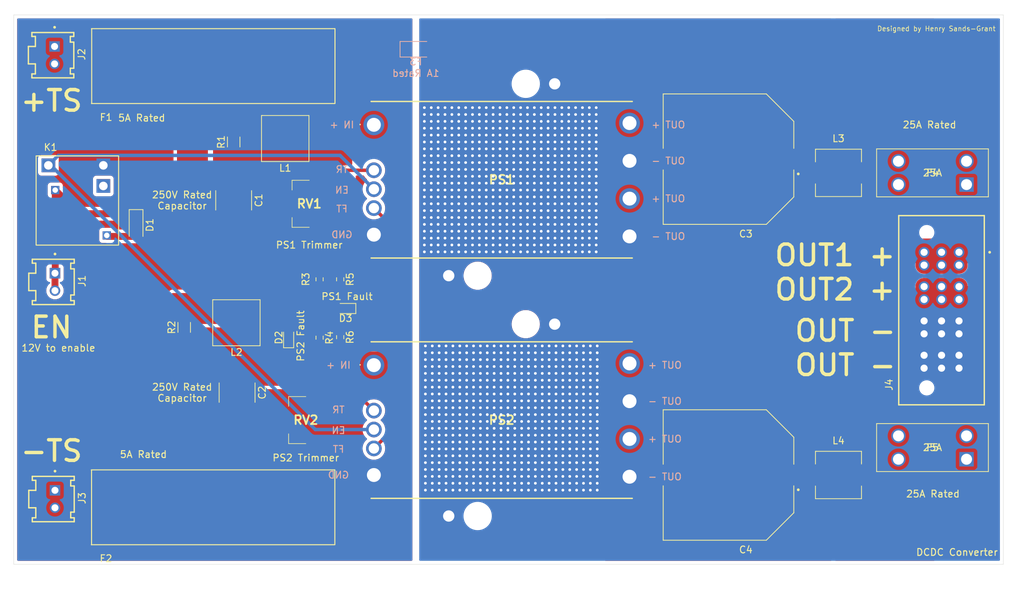
<source format=kicad_pcb>
(kicad_pcb (version 20220211) (generator pcbnew)
  (layers (0 "F.Cu" signal) (31 "B.Cu" signal) (34 "B.Paste" user) (35 "F.Paste" user) (36 "B.SilkS" user "B.Silkscreen") (37 "F.SilkS" user "F.Silkscreen") (38 "B.Mask" user) (39 "F.Mask" user) (44 "Edge.Cuts" user))
  (net 0 "")
  (net 1 "GND")
  (net 2 "Net-(PS1-+IN)")
  (net 3 "Net-(PS2-+IN)")
  (net 4 "/Earth(chassis)")
  (net 5 "Net-(PS1-+OUT_1)")
  (net 6 "Net-(PS2-+OUT_1)")
  (net 7 "Net-(D1-K)")
  (net 8 "Net-(D2-A)")
  (net 9 "Net-(F1-Pad1)")
  (net 10 "Net-(F1-Pad2)")
  (net 11 "Net-(F2-Pad2)")
  (net 12 "/~{Disable}")
  (net 13 "Net-(D3-A)")
  (net 15 "Net-(PS1-TR)")
  (net 16 "Net-(F4-Pad2)")
  (net 17 "Net-(F5-Pad2)")
  (net 18 "Net-(PS1-FT)")
  (net 19 "/Out-")
  (net 20 "/Out1+")
  (net 21 "/Out2+")
  (net 22 "Net-(PS2-TR)")
  (net 23 "Net-(PS2-FT)")
  (footprint "Resistor_SMD:R_0603_1608Metric" (layer "F.Cu") (at 69.5 55.5 -90)
    (fp_text reference "R5")
    (fp_text value "510")
  )
  (footprint "Capacitor_SMD:C_2220_5650Metric" (layer "F.Cu") (at 54.5 72 -90)
    (fp_text reference "C2")
    (fp_text value "2uF")
  )
  (footprint "Footprints:SAMTEC_MPT-04-6.30-XX-X-V" (layer "F.Cu") (at 157 60 90)
    (fp_text reference "J4")
    (fp_text value "MPT-04")
  )
  (footprint "Footprints:1uHInductor" (layer "F.Cu") (at 54.4 61.825)
    (fp_text reference "L2")
    (fp_text value "1uH")
  )
  (footprint "Footprints:0.15UInductor" (layer "F.Cu") (at 142 84)
    (fp_text reference "L4")
    (fp_text value "0.15uH")
  )
  (footprint "Footprints:DCM3623TA5N13B4T00Heatsink" (layer "F.Cu") (at 93 41)
    (fp_text reference "PS1")
    (fp_text value "DCM3623TA5N13B4T00" hide)
  )
  (footprint "Resistor_SMD:R_1206_3216Metric" (layer "F.Cu") (at 54 35.5 90)
    (fp_text reference "R1")
    (fp_text value "1")
  )
  (footprint "Footprints:SAMTEC_IPL1-102-01-L-S-K" (layer "F.Cu") (at 28 55.88 -90)
    (fp_text reference "J1")
    (fp_text value "IPL1")
  )
  (footprint "Footprints:PCB_Fuse_Holder_MC_69_0013" (layer "F.Cu") (at 50.97905 83.25 180)
    (fp_text reference "F2")
    (fp_text value "5A")
  )
  (footprint "Footprints:3568" (layer "F.Cu") (at 160.6355 41.7018 180)
    (fp_text reference "F4")
    (fp_text value "25A")
  )
  (footprint "Resistor_SMD:R_0603_1608Metric" (layer "F.Cu") (at 69.5 63.925 -90)
    (fp_text reference "R6")
    (fp_text value "50k")
  )
  (footprint "Footprints:SAMTEC_IPL1-102-01-L-S-K" (layer "F.Cu") (at 28 87.5 -90)
    (fp_text reference "J3")
    (fp_text value "IPL1")
  )
  (footprint "Resistor_SMD:R_1206_3216Metric" (layer "F.Cu") (at 46.8 62.5 90)
    (fp_text reference "R2")
    (fp_text value "1")
  )
  (footprint "Footprints:SAMTEC_IPL1-102-01-L-S-K" (layer "F.Cu") (at 27.94 22.86 -90)
    (fp_text reference "J2")
    (fp_text value "IPL1")
  )
  (footprint "Footprints:TS63Y254KT20" (layer "F.Cu") (at 64.5 76)
    (fp_text reference "RV2")
    (fp_text value "250k" hide)
  )
  (footprint "Footprints:Micro_Relay_V23086C1001A403" (layer "F.Cu") (at 31.5 44 180)
    (fp_text reference "K1")
    (fp_text value "RELAY_SPDT")
  )
  (footprint "LED_SMD:LED_0603_1608Metric" (layer "F.Cu") (at 62 63.9875 90)
    (fp_text reference "D2")
    (fp_text value "LTST-C193KRKT-5A")
  )
  (footprint "Resistor_SMD:R_0603_1608Metric" (layer "F.Cu") (at 66.5 55.5 -90)
    (fp_text reference "R3")
    (fp_text value "510")
  )
  (footprint "Footprints:CAP_EEVTG1E102M" (layer "F.Cu") (at 126 84 180)
    (fp_text reference "C4")
    (fp_text value "1000uF")
  )
  (footprint "Footprints:CAP_EEVTG1E102M" (layer "F.Cu") (at 126 38 180)
    (fp_text reference "C3")
    (fp_text value "1000uF")
  )
  (footprint "Footprints:PCB_Fuse_Holder_MC_69_0013" (layer "F.Cu") (at 51 19 180)
    (fp_text reference "F1")
    (fp_text value "5A")
  )
  (footprint "LED_SMD:LED_0603_1608Metric" (layer "F.Cu") (at 70.2875 59.75 180)
    (fp_text reference "D3")
    (fp_text value "LTST-C193KRKT-5A")
  )
  (footprint "Diode_SMD:D_SOD-123" (layer "F.Cu") (at 39.8 47.6 -90)
    (fp_text reference "D1")
    (fp_text value "D_SOD-123")
  )
  (footprint "Footprints:TS63Y254KT20" (layer "F.Cu") (at 65 44.5)
    (fp_text reference "RV1")
    (fp_text value "250k" hide)
  )
  (footprint "Footprints:0.15UInductor" (layer "F.Cu") (at 142 40)
    (fp_text reference "L3")
    (fp_text value "0.15uH")
  )
  (footprint "Resistor_SMD:R_0603_1608Metric" (layer "F.Cu") (at 66.5 64 -90)
    (fp_text reference "R4")
    (fp_text value "50k")
  )
  (footprint "Footprints:1uHInductor" (layer "F.Cu") (at 61.5 35)
    (fp_text reference "L1")
    (fp_text value "1uH")
  )
  (footprint "Capacitor_SMD:C_2220_5650Metric" (layer "F.Cu") (at 54 44 -90)
    (fp_text reference "C1")
    (fp_text value "2uF")
  )
  (footprint "Footprints:3568" (layer "F.Cu") (at 160.6355 81.7018 180)
    (fp_text reference "F5")
    (fp_text value "25A")
  )
  (footprint "Footprints:DCM3623TA5N13B4T00Heatsink" (layer "F.Cu") (at 93 76)
    (fp_text reference "PS2")
    (fp_text value "DCM3623TA5N13B4T00" hide)
  )
  (footprint "Diode_SMD:D_1206_3216Metric" (layer "B.Cu") (at 80.5 22)
    (fp_text reference "F3")
    (fp_text value "1A")
  )
  (gr_line (start 166 17) (end 166 97) (stroke (width 0.05)) (layer "Edge.Cuts"))
  (gr_line (start 166 97) (end 22 97) (stroke (width 0.05)) (layer "Edge.Cuts"))
  (gr_line (start 22 17) (end 22 97) (stroke (width 0.05)) (layer "Edge.Cuts"))
  (gr_line (start 22 17) (end 166 17) (stroke (width 0.05)) (layer "Edge.Cuts"))
  (gr_text "OUT +" (at 116.75 68) (layer "B.SilkS") (effects (font (size 1 1)) (justify mirror)))
  (gr_text "IN +" (at 69.75 33) (layer "B.SilkS") (effects (font (size 1 1)) (justify mirror)))
  (gr_text "OUT -" (at 116.75 84.25) (layer "B.SilkS") (effects (font (size 1 1)) (justify mirror)))
  (gr_text "1A Rated" (at 80.5 25.5) (layer "B.SilkS") (effects (font (size 1 1)) (justify mirror)))
  (gr_text "TR" (at 69.75 39.5) (layer "B.SilkS") (effects (font (size 1 1)) (justify mirror)))
  (gr_text "OUT +" (at 116.75 78.75) (layer "B.SilkS") (effects (font (size 1 1)) (justify mirror)))
  (gr_text "OUT +" (at 117.25 43.75) (layer "B.SilkS") (effects (font (size 1 1)) (justify mirror)))
  (gr_text "OUT +" (at 117.25 33) (layer "B.SilkS") (effects (font (size 1 1)) (justify mirror)))
  (gr_text "OUT -" (at 117.25 49.25) (layer "B.SilkS") (effects (font (size 1 1)) (justify mirror)))
  (gr_text "FT" (at 69.75 45.25) (layer "B.SilkS") (effects (font (size 1 1)) (justify mirror)))
  (gr_text "OUT -" (at 116.75 73.25) (layer "B.SilkS") (effects (font (size 1 1)) (justify mirror)))
  (gr_text "EN" (at 69.25 77.5) (layer "B.SilkS") (effects (font (size 1 1)) (justify mirror)))
  (gr_text "GND" (at 69.75 49) (layer "B.SilkS") (effects (font (size 1 1)) (justify mirror)))
  (gr_text "OUT -" (at 117.25 38.25) (layer "B.SilkS") (effects (font (size 1 1)) (justify mirror)))
  (gr_text "EN" (at 69.75 42.5) (layer "B.SilkS") (effects (font (size 1 1)) (justify mirror)))
  (gr_text "TR" (at 69.25 74.5) (layer "B.SilkS") (effects (font (size 1 1)) (justify mirror)))
  (gr_text "GND" (at 69.25 84) (layer "B.SilkS") (effects (font (size 1 1)) (justify mirror)))
  (gr_text "FT" (at 69.25 80.25) (layer "B.SilkS") (effects (font (size 1 1)) (justify mirror)))
  (gr_text "IN +" (at 69.25 68) (layer "B.SilkS") (effects (font (size 1 1)) (justify mirror)))
  (gr_text "25A Rated" (at 155.25 33) (layer "F.SilkS") (effects (font (size 1 1))))
  (gr_text "25A Rated" (at 155.75 86.75) (layer "F.SilkS") (effects (font (size 1 1))))
  (gr_text "PS1 Fault" (at 70.5 58) (layer "F.SilkS") (effects (font (size 1 1))))
  (gr_text "OUT2 +" (at 141.5 57) (layer "F.SilkS") (effects (font (size 3 3) (thickness 0.5))))
  (gr_text "-TS" (at 27.5 80.5) (layer "F.SilkS") (effects (font (size 3 3) (thickness 0.5))))
  (gr_text "PS2 Fault" (at 63.75 63.75 -270) (layer "F.SilkS") (effects (font (size 1 1))))
  (gr_text "OUT1 +" (at 141.5 52) (layer "F.SilkS") (effects (font (size 3 3) (thickness 0.5))))
  (gr_text "5A Rated " (at 41.25 81) (layer "F.SilkS") (effects (font (size 1 1))))
  (gr_text "OUT -\n" (at 143 63) (layer "F.SilkS") (effects (font (size 3 3) (thickness 0.5))))
  (gr_text "5A Rated " (at 41 32) (layer "F.SilkS") (effects (font (size 1 1))))
  (gr_text "PS1 Trimmer" (at 65 50.5) (layer "F.SilkS") (effects (font (size 1 1))))
  (gr_text "+TS" (at 27.5 29.5) (layer "F.SilkS") (effects (font (size 3 3) (thickness 0.5))))
  (gr_text "250V Rated\nCapacitor" (at 46.5 72) (layer "F.SilkS") (effects (font (size 1 1))))
  (gr_text "PS2 Trimmer" (at 64.5 81.5) (layer "F.SilkS") (effects (font (size 1 1))))
  (gr_text "Designed by Henry Sands-Grant" (at 156.25 19) (layer "F.SilkS") (effects (font (size 0.7 0.7) (thickness 0.1))))
  (gr_text "EN" (at 27.5 62.5) (layer "F.SilkS") (effects (font (size 3 3) (thickness 0.5))))
  (gr_text "OUT -\n" (at 143 68) (layer "F.SilkS") (effects (font (size 3 3) (thickness 0.5))))
  (gr_text "DCDC Converter" (at 159.25 95.25) (layer "F.SilkS") (effects (font (size 1 1))))
  (gr_text "250V Rated\nCapacitor" (at 46.5 44) (layer "F.SilkS") (effects (font (size 1 1))))
  (gr_text "12V to enable" (at 28.5 65.5) (layer "F.SilkS") (effects (font (size 1 1))))
  (segment (start 66.597113 64.825) (end 66.5 64.825) (width 1) (layer "F.Cu") (net 1))
  (segment (start 62 64.775) (end 66.45 64.775) (width 1) (layer "F.Cu") (net 1))
  (segment (start 66.45 64.775) (end 66.5 64.825) (width 1) (layer "F.Cu") (net 1))
  (segment (start 39.8 49.25) (end 35.68246 49.25) (width 1) (layer "F.Cu") (net 4))
  (segment (start 35.68246 49.25) (end 35.53722 49.10476) (width 1) (layer "F.Cu") (net 4))
  (segment (start 28.03722 42.50476) (end 31.48246 45.95) (width 1) (layer "F.Cu") (net 7))
  (segment (start 28.03722 42.50476) (end 28.03722 54.57278) (width 1) (layer "F.Cu") (net 7))
  (segment (start 28 54.61) (end 28 57.15) (width 1) (layer "F.Cu") (net 7))
  (segment (start 31.48246 45.95) (end 39.8 45.95) (width 1) (layer "F.Cu") (net 7))
  (segment (start 28.03722 54.57278) (end 28 54.61) (width 1) (layer "F.Cu") (net 7))
  (segment (start 66.5 56.325) (end 66.5 63.175) (width 1) (layer "F.Cu") (net 8))
  (segment (start 66.475 63.2) (end 66.5 63.175) (width 1) (layer "F.Cu") (net 8))
  (segment (start 62 63.2) (end 66.475 63.2) (width 1) (layer "F.Cu") (net 8))
  (segment (start 51.25 24.5) (end 48 27.75) (width 4.5) (layer "F.Cu") (net 9))
  (segment (start 48 27.75) (end 48 53.4) (width 4.5) (layer "F.Cu") (net 9))
  (segment (start 61 24.5) (end 51.25 24.5) (width 4.5) (layer "F.Cu") (net 9))
  (segment (start 48 53.4) (end 54.4 59.8) (width 4.5) (layer "F.Cu") (net 9))
  (segment (start 27.94 24.13) (end 27.94 21.59) (width 5) (layer "F.Cu") (net 10))
  (segment (start 40.63 24.13) (end 41 24.5) (width 5) (layer "F.Cu") (net 10))
  (segment (start 27.94 24.13) (end 40.63 24.13) (width 5) (layer "F.Cu") (net 10))
  (segment (start 28 86.23) (end 28 88.77) (width 6) (layer "F.Cu") (net 11))
  (segment (start 40.45905 88.77) (end 40.97905 88.25) (width 6) (layer "F.Cu") (net 11))
  (segment (start 28 88.77) (end 40.45905 88.77) (width 6) (layer "F.Cu") (net 11))
  (segment (start 27.03722 38.90476) (end 28.486731 37.455249) (width 0.5) (layer "B.Cu") (net 12))
  (segment (start 74.4 77.38) (end 65.88 77.38) (width 0.5) (layer "B.Cu") (net 12))
  (segment (start 27.40476 38.90476) (end 27.03722 38.90476) (width 0.5) (layer "B.Cu") (net 12))
  (segment (start 28.486731 37.455249) (end 69.475249 37.455249) (width 0.5) (layer "B.Cu") (net 12))
  (segment (start 65.88 77.38) (end 27.40476 38.90476) (width 0.5) (layer "B.Cu") (net 12))
  (segment (start 69.475249 37.455249) (end 74.4 42.38) (width 0.5) (layer "B.Cu") (net 12))
  (segment (start 69.5 56.325) (end 69.5 59.75) (width 0.5) (layer "F.Cu") (net 13))
  (segment (start 69.5 59.75) (end 69.5 63.1) (width 0.5) (layer "F.Cu") (net 13))
  (segment (start 70 40) (end 70.38 39.62) (width 0.5) (layer "F.Cu") (net 15))
  (segment (start 70.38 39.62) (end 74.4 39.62) (width 0.5) (layer "F.Cu") (net 15))
  (segment (start 69.21 40) (end 70 40) (width 0.5) (layer "F.Cu") (net 15))
  (segment (start 67.25 41.96) (end 69.21 40) (width 0.5) (layer "F.Cu") (net 15))
  (segment (start 76 51.75) (end 77.5 50.25) (width 0.5) (layer "F.Cu") (net 18))
  (segment (start 77.5 48.23) (end 74.4 45.13) (width 0.5) (layer "F.Cu") (net 18))
  (segment (start 77.5 50.25) (end 77.5 48.23) (width 0.5) (layer "F.Cu") (net 18))
  (segment (start 71.513846 54.675) (end 74.438846 51.75) (width 0.5) (layer "F.Cu") (net 18))
  (segment (start 74.438846 51.75) (end 76 51.75) (width 0.5) (layer "F.Cu") (net 18))
  (segment (start 69.5 54.675) (end 71.513846 54.675) (width 0.5) (layer "F.Cu") (net 18))
  (segment (start 111.6 38.25) (end 119 38.25) (width 3) (layer "F.Cu") (net 19))
  (segment (start 111.85 84) (end 111.6 84.25) (width 3) (layer "F.Cu") (net 19))
  (segment (start 119 38.25) (end 119.25 38) (width 3) (layer "F.Cu") (net 19))
  (segment (start 119.25 84) (end 111.85 84) (width 3) (layer "F.Cu") (net 19))
  (via (at 95.9 86.2) (size 0.8) (drill 0.4) (layers "F.Cu" "B.Cu") (net 19))
  (via (at 85.75 49.5) (size 0.8) (drill 0.4) (layers "F.Cu" "B.Cu") (net 19))
  (via (at 84.75 43.5) (size 0.8) (drill 0.4) (layers "F.Cu" "B.Cu") (net 19))
  (via (at 103.75 49.5) (size 0.8) (drill 0.4) (layers "F.Cu" "B.Cu") (net 19))
  (via (at 85.75 47.5) (size 0.8) (drill 0.4) (layers "F.Cu" "B.Cu") (net 19))
  (via (at 94.75 46.5) (size 0.8) (drill 0.4) (layers "F.Cu" "B.Cu") (net 19))
  (via (at 93.9 66.2) (size 0.8) (drill 0.4) (layers "F.Cu" "B.Cu") (net 19))
  (via (at 81.75 35.5) (size 0.8) (drill 0.4) (layers "F.Cu" "B.Cu") (net 19))
  (via (at 82.75 45.5) (size 0.8) (drill 0.4) (layers "F.Cu" "B.Cu") (net 19))
  (via (at 88.9 66.2) (size 0.8) (drill 0.4) (layers "F.Cu" "B.Cu") (net 19))
  (via (at 103.9 85.2) (size 0.8) (drill 0.4) (layers "F.Cu" "B.Cu") (net 19))
  (via (at 103.75 37.5) (size 0.8) (drill 0.4) (layers "F.Cu" "B.Cu") (net 19))
  (via (at 95.75 37.5) (size 0.8) (drill 0.4) (layers "F.Cu" "B.Cu") (net 19))
  (via (at 87.75 48.5) (size 0.8) (drill 0.4) (layers "F.Cu" "B.Cu") (net 19))
  (via (at 92.9 70.2) (size 0.8) (drill 0.4) (layers "F.Cu" "B.Cu") (net 19))
  (via (at 96.9 68.2) (size 0.8) (drill 0.4) (layers "F.Cu" "B.Cu") (net 19))
  (via (at 101.75 51.5) (size 0.8) (drill 0.4) (layers "F.Cu" "B.Cu") (net 19))
  (via (at 95.9 66.2) (size 0.8) (drill 0.4) (layers "F.Cu" "B.Cu") (net 19))
  (via (at 106.75 31.5) (size 0.8) (drill 0.4) (layers "F.Cu" "B.Cu") (net 19))
  (via (at 90.9 85.2) (size 0.8) (drill 0.4) (layers "F.Cu" "B.Cu") (net 19))
  (via (at 90.75 39.5) (size 0.8) (drill 0.4) (layers "F.Cu" "B.Cu") (net 19))
  (via (at 100.75 32.5) (size 0.8) (drill 0.4) (layers "F.Cu" "B.Cu") (net 19))
  (via (at 93.75 38.5) (size 0.8) (drill 0.4) (layers "F.Cu" "B.Cu") (net 19))
  (via (at 89.9 82.2) (size 0.8) (drill 0.4) (layers "F.Cu" "B.Cu") (net 19))
  (via (at 98.9 70.2) (size 0.8) (drill 0.4) (layers "F.Cu" "B.Cu") (net 19))
  (via (at 105.75 39.5) (size 0.8) (drill 0.4) (layers "F.Cu" "B.Cu") (net 19))
  (via (at 88.75 41.5) (size 0.8) (drill 0.4) (layers "F.Cu" "B.Cu") (net 19))
  (via (at 88.75 35.5) (size 0.8) (drill 0.4) (layers "F.Cu" "B.Cu") (net 19))
  (via (at 106.75 49.5) (size 0.8) (drill 0.4) (layers "F.Cu" "B.Cu") (net 19))
  (via (at 102.9 68.2) (size 0.8) (drill 0.4) (layers "F.Cu" "B.Cu") (net 19))
  (via (at 89.9 73.2) (size 0.8) (drill 0.4) (layers "F.Cu" "B.Cu") (net 19))
  (via (at 104.75 36.5) (size 0.8) (drill 0.4) (layers "F.Cu" "B.Cu") (net 19))
  (via (at 91.9 74.2) (size 0.8) (drill 0.4) (layers "F.Cu" "B.Cu") (net 19))
  (via (at 86.9 71.2) (size 0.8) (drill 0.4) (layers "F.Cu" "B.Cu") (net 19))
  (via (at 94.75 44.5) (size 0.8) (drill 0.4) (layers "F.Cu" "B.Cu") (net 19))
  (via (at 106.75 46.5) (size 0.8) (drill 0.4) (layers "F.Cu" "B.Cu") (net 19))
  (via (at 85.9 76.2) (size 0.8) (drill 0.4) (layers "F.Cu" "B.Cu") (net 19))
  (via (at 94.9 76.2) (size 0.8) (drill 0.4) (layers "F.Cu" "B.Cu") (net 19))
  (via (at 98.75 51.5) (size 0.8) (drill 0.4) (layers "F.Cu" "B.Cu") (net 19))
  (via (at 86.9 68.2) (size 0.8) (drill 0.4) (layers "F.Cu" "B.Cu") (net 19))
  (via (at 102.9 79.2) (size 0.8) (drill 0.4) (layers "F.Cu" "B.Cu") (net 19))
  (via (at 85.75 42.5) (size 0.8) (drill 0.4) (layers "F.Cu" "B.Cu") (net 19))
  (via (at 87.9 65.2) (size 0.8) (drill 0.4) (layers "F.Cu" "B.Cu") (net 19))
  (via (at 91.9 65.2) (size 0.8) (drill 0.4) (layers "F.Cu" "B.Cu") (net 19))
  (via (at 102.75 33.5) (size 0.8) (drill 0.4) (layers "F.Cu" "B.Cu") (net 19))
  (via (at 81.9 78.2) (size 0.8) (drill 0.4) (layers "F.Cu" "B.Cu") (net 19))
  (via (at 96.75 40.5) (size 0.8) (drill 0.4) (layers "F.Cu" "B.Cu") (net 19))
  (via (at 106.75 38.5) (size 0.8) (drill 0.4) (layers "F.Cu" "B.Cu") (net 19))
  (via (at 81.9 79.2) (size 0.8) (drill 0.4) (layers "F.Cu" "B.Cu") (net 19))
  (via (at 87.9 66.2) (size 0.8) (drill 0.4) (layers "F.Cu" "B.Cu") (net 19))
  (via (at 102.9 76.2) (size 0.8) (drill 0.4) (layers "F.Cu" "B.Cu") (net 19))
  (via (at 100.9 81.2) (size 0.8) (drill 0.4) (layers "F.Cu" "B.Cu") (net 19))
  (via (at 84.9 72.2) (size 0.8) (drill 0.4) (layers "F.Cu" "B.Cu") (net 19))
  (via (at 81.75 44.5) (size 0.8) (drill 0.4) (layers "F.Cu" "B.Cu") (net 19))
  (via (at 82.9 82.2) (size 0.8) (drill 0.4) (layers "F.Cu" "B.Cu") (net 19))
  (via (at 103.9 86.2) (size 0.8) (drill 0.4) (layers "F.Cu" "B.Cu") (net 19))
  (via (at 81.9 71.2) (size 0.8) (drill 0.4) (layers "F.Cu" "B.Cu") (net 19))
  (via (at 86.9 70.2) (size 0.8) (drill 0.4) (layers "F.Cu" "B.Cu") (net 19))
  (via (at 96.9 73.2) (size 0.8) (drill 0.4) (layers "F.Cu" "B.Cu") (net 19))
  (via (at 103.9 81.2) (size 0.8) (drill 0.4) (layers "F.Cu" "B.Cu") (net 19))
  (via (at 105.9 80.2) (size 0.8) (drill 0.4) (layers "F.Cu" "B.Cu") (net 19))
  (via (at 85.9 81.2) (size 0.8) (drill 0.4) (layers "F.Cu" "B.Cu") (net 19))
  (via (at 85.75 45.5) (size 0.8) (drill 0.4) (layers "F.Cu" "B.Cu") (net 19))
  (via (at 94.9 72.2) (size 0.8) (drill 0.4) (layers "F.Cu" "B.Cu") (net 19))
  (via (at 105.9 71.2) (size 0.8) (drill 0.4) (layers "F.Cu" "B.Cu") (net 19))
  (via (at 105.9 84.2) (size 0.8) (drill 0.4) (layers "F.Cu" "B.Cu") (net 19))
  (via (at 90.75 33.5) (size 0.8) (drill 0.4) (layers "F.Cu" "B.Cu") (net 19))
  (via (at 98.9 76.2) (size 0.8) (drill 0.4) (layers "F.Cu" "B.Cu") (net 19))
  (via (at 84.9 80.2) (size 0.8) (drill 0.4) (layers "F.Cu" "B.Cu") (net 19))
  (via (at 87.9 70.2) (size 0.8) (drill 0.4) (layers "F.Cu" "B.Cu") (net 19))
  (via (at 89.75 49.5) (size 0.8) (drill 0.4) (layers "F.Cu" "B.Cu") (net 19))
  (via (at 102.75 48.5) (size 0.8) (drill 0.4) (layers "F.Cu" "B.Cu") (net 19))
  (via (at 100.9 69.2) (size 0.8) (drill 0.4) (layers "F.Cu" "B.Cu") (net 19))
  (via (at 85.75 40.5) (size 0.8) (drill 0.4) (layers "F.Cu" "B.Cu") (net 19))
  (via (at 91.75 50.5) (size 0.8) (drill 0.4) (layers "F.Cu" "B.Cu") (net 19))
  (via (at 84.75 40.5) (size 0.8) (drill 0.4) (layers "F.Cu" "B.Cu") (net 19))
  (via (at 101.9 68.2) (size 0.8) (drill 0.4) (layers "F.Cu" "B.Cu") (net 19))
  (via (at 103.9 71.2) (size 0.8) (drill 0.4) (layers "F.Cu" "B.Cu") (net 19))
  (via (at 103.75 36.5) (size 0.8) (drill 0.4) (layers "F.Cu" "B.Cu") (net 19))
  (via (at 102.9 84.2) (size 0.8) (drill 0.4) (layers "F.Cu" "B.Cu") (net 19))
  (via (at 92.75 42.5) (size 0.8) (drill 0.4) (layers "F.Cu" "B.Cu") (net 19))
  (via (at 93.75 37.5) (size 0.8) (drill 0.4) (layers "F.Cu" "B.Cu") (net 19))
  (via (at 94.75 51.5) (size 0.8) (drill 0.4) (layers "F.Cu" "B.Cu") (net 19))
  (via (at 93.9 68.2) (size 0.8) (drill 0.4) (layers "F.Cu" "B.Cu") (net 19))
  (via (at 89.75 51.5) (size 0.8) (drill 0.4) (layers "F.Cu" "B.Cu") (net 19))
  (via (at 85.9 75.2) (size 0.8) (drill 0.4) (layers "F.Cu" "B.Cu") (net 19))
  (via (at 87.75 33.5) (size 0.8) (drill 0.4) (layers "F.Cu" "B.Cu") (net 19))
  (via (at 82.75 35.5) (size 0.8) (drill 0.4) (layers "F.Cu" "B.Cu") (net 19))
  (via (at 93.75 50.5) (size 0.8) (drill 0.4) (layers "F.Cu" "B.Cu") (net 19))
  (via (at 105.9 81.2) (size 0.8) (drill 0.4) (layers "F.Cu" "B.Cu") (net 19))
  (via (at 95.9 67.2) (size 0.8) (drill 0.4) (layers "F.Cu" "B.Cu") (net 19))
  (via (at 95.75 48.5) (size 0.8) (drill 0.4) (layers "F.Cu" "B.Cu") (net 19))
  (via (at 94.75 32.5) (size 0.8) (drill 0.4) (layers "F.Cu" "B.Cu") (net 19))
  (via (at 96.9 81.2) (size 0.8) (drill 0.4) (layers "F.Cu" "B.Cu") (net 19))
  (via (at 87.9 76.2) (size 0.8) (drill 0.4) (layers "F.Cu" "B.Cu") (net 19))
  (via (at 93.75 41.5) (size 0.8) (drill 0.4) (layers "F.Cu" "B.Cu") (net 19))
  (via (at 90.9 82.2) (size 0.8) (drill 0.4) (layers "F.Cu" "B.Cu") (net 19))
  (via (at 101.9 80.2) (size 0.8) (drill 0.4) (layers "F.Cu" "B.Cu") (net 19))
  (via (at 98.75 43.5) (size 0.8) (drill 0.4) (layers "F.Cu" "B.Cu") (net 19))
  (via (at 101.75 47.5) (size 0.8) (drill 0.4) (layers "F.Cu" "B.Cu") (net 19))
  (via (at 91.9 68.2) (size 0.8) (drill 0.4) (layers "F.Cu" "B.Cu") (net 19))
  (via (at 85.9 69.2) (size 0.8) (drill 0.4) (layers "F.Cu" "B.Cu") (net 19))
  (via (at 88.75 51.5) (size 0.8) (drill 0.4) (layers "F.Cu" "B.Cu") (net 19))
  (via (at 90.9 79.2) (size 0.8) (drill 0.4) (layers "F.Cu" "B.Cu") (net 19))
  (via (at 103.75 50.5) (size 0.8) (drill 0.4) (layers "F.Cu" "B.Cu") (net 19))
  (via (at 100.9 72.2) (size 0.8) (drill 0.4) (layers "F.Cu" "B.Cu") (net 19))
  (via (at 105.75 47.5) (size 0.8) (drill 0.4) (layers "F.Cu" "B.Cu") (net 19))
  (via (at 106.9 77.2) (size 0.8) (drill 0.4) (layers "F.Cu" "B.Cu") (net 19))
  (via (at 94.9 82.2) (size 0.8) (drill 0.4) (layers "F.Cu" "B.Cu") (net 19))
  (via (at 89.75 44.5) (size 0.8) (drill 0.4) (layers "F.Cu" "B.Cu") (net 19))
  (via (at 89.9 75.2) (size 0.8) (drill 0.4) (layers "F.Cu" "B.Cu") (net 19))
  (via (at 83.75 30.5) (size 0.8) (drill 0.4) (layers "F.Cu" "B.Cu") (net 19))
  (via (at 95.75 46.5) (size 0.8) (drill 0.4) (layers "F.Cu" "B.Cu") (net 19))
  (via (at 82.75 38.5) (size 0.8) (drill 0.4) (layers "F.Cu" "B.Cu") (net 19))
  (via (at 86.75 47.5) (size 0.8) (drill 0.4) (layers "F.Cu" "B.Cu") (net 19))
  (via (at 89.75 50.5) (size 0.8) (drill 0.4) (layers "F.Cu" "B.Cu") (net 19))
  (via (at 81.9 70.2) (size 0.8) (drill 0.4) (layers "F.Cu" "B.Cu") (net 19))
  (via (at 93.75 49.5) (size 0.8) (drill 0.4) (layers "F.Cu" "B.Cu") (net 19))
  (via (at 94.75 35.5) (size 0.8) (drill 0.4) (layers "F.Cu" "B.Cu") (net 19))
  (via (at 95.75 40.5) (size 0.8) (drill 0.4) (layers "F.Cu" "B.Cu") (net 19))
  (via (at 90.75 44.5) (size 0.8) (drill 0.4) (layers "F.Cu" "B.Cu") (net 19))
  (via (at 91.75 31.5) (size 0.8) (drill 0.4) (layers "F.Cu" "B.Cu") (net 19))
  (via (at 96.75 32.5) (size 0.8) (drill 0.4) (layers "F.Cu" "B.Cu") (net 19))
  (via (at 103.75 48.5) (size 0.8) (drill 0.4) (layers "F.Cu" "B.Cu") (net 19))
  (via (at 90.75 51.5) (size 0.8) (drill 0.4) (layers "F.Cu" "B.Cu") (net 19))
  (via (at 81.75 37.5) (size 0.8) (drill 0.4) (layers "F.Cu" "B.Cu") (net 19))
  (via (at 89.75 42.5) (size 0.8) (drill 0.4) (layers "F.Cu" "B.Cu") (net 19))
  (via (at 96.75 35.5) (size 0.8) (drill 0.4) (layers "F.Cu" "B.Cu") (net 19))
  (via (at 85.9 72.2) (size 0.8) (drill 0.4) (layers "F.Cu" "B.Cu") (net 19))
  (via (at 103.75 30.5) (size 0.8) (drill 0.4) (layers "F.Cu" "B.Cu") (net 19))
  (via (at 91.9 70.2) (size 0.8) (drill 0.4) (layers "F.Cu" "B.Cu") (net 19))
  (via (at 98.75 33.5) (size 0.8) (drill 0.4) (layers "F.Cu" "B.Cu") (net 19))
  (via (at 91.75 35.5) (size 0.8) (drill 0.4) (layers "F.Cu" "B.Cu") (net 19))
  (via (at 82.9 77.2) (size 0.8) (drill 0.4) (layers "F.Cu" "B.Cu") (net 19))
  (via (at 89.9 70.2) (size 0.8) (drill 0.4) (layers "F.Cu" "B.Cu") (net 19))
  (via (at 83.75 46.5) (size 0.8) (drill 0.4) (layers "F.Cu" "B.Cu") (net 19))
  (via (at 100.9 78.2) (size 0.8) (drill 0.4) (layers "F.Cu" "B.Cu") (net 19))
  (via (at 98.9 77.2) (size 0.8) (drill 0.4) (layers "F.Cu" "B.Cu") (net 19))
  (via (at 83.75 44.5) (size 0.8) (drill 0.4) (layers "F.Cu" "B.Cu") (net 19))
  (via (at 99.75 30.5) (size 0.8) (drill 0.4) (layers "F.Cu" "B.Cu") (net 19))
  (via (at 105.75 36.5) (size 0.8) (drill 0.4) (layers "F.Cu" "B.Cu") (net 19))
  (via (at 99.9 70.2) (size 0.8) (drill 0.4) (layers "F.Cu" "B.Cu") (net 19))
  (via (at 95.75 33.5) (size 0.8) (drill 0.4) (layers "F.Cu" "B.Cu") (net 19))
  (via (at 105.9 67.2) (size 0.8) (drill 0.4) (layers "F.Cu" "B.Cu") (net 19))
  (via (at 102.75 39.5) (size 0.8) (drill 0.4) (layers "F.Cu" "B.Cu") (net 19))
  (via (at 106.9 82.2) (size 0.8) (drill 0.4) (layers "F.Cu" "B.Cu") (net 19))
  (via (at 100.9 75.2) (size 0.8) (drill 0.4) (layers "F.Cu" "B.Cu") (net 19))
  (via (at 100.75 38.5) (size 0.8) (drill 0.4) (layers "F.Cu" "B.Cu") (net 19))
  (via (at 86.9 73.2) (size 0.8) (drill 0.4) (layers "F.Cu" "B.Cu") (net 19))
  (via (at 85.75 32.5) (size 0.8) (drill 0.4) (layers "F.Cu" "B.Cu") (net 19))
  (via (at 86.75 40.5) (size 0.8) (drill 0.4) (layers "F.Cu" "B.Cu") (net 19))
  (via (at 105.75 38.5) (size 0.8) (drill 0.4) (layers "F.Cu" "B.Cu") (net 19))
  (via (at 92.75 50.5) (size 0.8) (drill 0.4) (layers "F.Cu" "B.Cu") (net 19))
  (via (at 81.9 80.2) (size 0.8) (drill 0.4) (layers "F.Cu" "B.Cu") (net 19))
  (via (at 84.75 49.5) (size 0.8) (drill 0.4) (layers "F.Cu" "B.Cu") (net 19))
  (via (at 91.75 40.5) (size 0.8) (drill 0.4) (layers "F.Cu" "B.Cu") (net 19))
  (via (at 87.75 36.5) (size 0.8) (drill 0.4) (layers "F.Cu" "B.Cu") (net 19))
  (via (at 100.9 85.2) (size 0.8) (drill 0.4) (layers "F.Cu" "B.Cu") (net 19))
  (via (at 91.75 41.5) (size 0.8) (drill 0.4) (layers "F.Cu" "B.Cu") (net 19))
  (via (at 100.75 33.5) (size 0.8) (drill 0.4) (layers "F.Cu" "B.Cu") (net 19))
  (via (at 93.75 48.5) (size 0.8) (drill 0.4) (layers "F.Cu" "B.Cu") (net 19))
  (via (at 81.75 42.5) (size 0.8) (drill 0.4) (layers "F.Cu" "B.Cu") (net 19))
  (via (at 105.9 74.2) (size 0.8) (drill 0.4) (layers "F.Cu" "B.Cu") (net 19))
  (via (at 103.75 33.5) (size 0.8) (drill 0.4) (layers "F.Cu" "B.Cu") (net 19))
  (via (at 103.75 39.5) (size 0.8) (drill 0.4) (layers "F.Cu" "B.Cu") (net 19))
  (via (at 88.9 75.2) (size 0.8) (drill 0.4) (layers "F.Cu" "B.Cu") (net 19))
  (via (at 84.9 75.2) (size 0.8) (drill 0.4) (layers "F.Cu" "B.Cu") (net 19))
  (via (at 102.75 40.5) (size 0.8) (drill 0.4) (layers "F.Cu" "B.Cu") (net 19))
  (via (at 95.75 31.5) (size 0.8) (drill 0.4) (layers "F.Cu" "B.Cu") (net 19))
  (via (at 93.9 86.2) (size 0.8) (drill 0.4) (layers "F.Cu" "B.Cu") (net 19))
  (via (at 98.75 42.5) (size 0.8) (drill 0.4) (layers "F.Cu" "B.Cu") (net 19))
  (via (at 94.9 75.2) (size 0.8) (drill 0.4) (layers "F.Cu" "B.Cu") (net 19))
  (via (at 100.75 48.5) (size 0.8) (drill 0.4) (layers "F.Cu" "B.Cu") (net 19))
  (via (at 103.9 76.2) (size 0.8) (drill 0.4) (layers "F.Cu" "B.Cu") (net 19))
  (via (at 105.75 33.5) (size 0.8) (drill 0.4) (layers "F.Cu" "B.Cu") (net 19))
  (via (at 93.75 35.5) (size 0.8) (drill 0.4) (layers "F.Cu" "B.Cu") (net 19))
  (via (at 102.9 69.2) (size 0.8) (drill 0.4) (layers "F.Cu" "B.Cu") (net 19))
  (via (at 93.75 46.5) (size 0.8) (drill 0.4) (layers "F.Cu" "B.Cu") (net 19))
  (via (at 87.75 43.5) (size 0.8) (drill 0.4) (layers "F.Cu" "B.Cu") (net 19))
  (via (at 99.75 37.5) (size 0.8) (drill 0.4) (layers "F.Cu" "B.Cu") (net 19))
  (via (at 87.9 67.2) (size 0.8) (drill 0.4) (layers "F.Cu" "B.Cu") (net 19))
  (via (at 89.9 86.2) (size 0.8) (drill 0.4) (layers "F.Cu" "B.Cu") (net 19))
  (via (at 102.9 67.2) (size 0.8) (drill 0.4) (layers "F.Cu" "B.Cu") (net 19))
  (via (at 97.75 50.5) (size 0.8) (drill 0.4) (layers "F.Cu" "B.Cu") (net 19))
  (via (at 93.75 47.5) (size 0.8) (drill 0.4) (layers "F.Cu" "B.Cu") (net 19))
  (via (at 92.75 43.5) (size 0.8) (drill 0.4) (layers "F.Cu" "B.Cu") (net 19))
  (via (at 106.9 69.2) (size 0.8) (drill 0.4) (layers "F.Cu" "B.Cu") (net 19))
  (via (at 87.9 82.2) (size 0.8) (drill 0.4) (layers "F.Cu" "B.Cu") (net 19))
  (via (at 94.9 79.2) (size 0.8) (drill 0.4) (layers "F.Cu" "B.Cu") (net 19))
  (via (at 93.9 75.2) (size 0.8) (drill 0.4) (layers "F.Cu" "B.Cu") (net 19))
  (via (at 86.9 81.2) (size 0.8) (drill 0.4) (layers "F.Cu" "B.Cu") (net 19))
  (via (at 81.9 67.2) (size 0.8) (drill 0.4) (layers "F.Cu" "B.Cu") (net 19))
  (via (at 90.75 40.5) (size 0.8) (drill 0.4) (layers "F.Cu" "B.Cu") (net 19))
  (via (at 89.75 30.5) (size 0.8) (drill 0.4) (layers "F.Cu" "B.Cu") (net 19))
  (via (at 103.9 70.2) (size 0.8) (drill 0.4) (layers "F.Cu" "B.Cu") (net 19))
  (via (at 82.9 84.2) (size 0.8) (drill 0.4) (layers "F.Cu" "B.Cu") (net 19))
  (via (at 102.75 38.5) (size 0.8) (drill 0.4) (layers "F.Cu" "B.Cu") (net 19))
  (via (at 90.75 42.5) (size 0.8) (drill 0.4) (layers "F.Cu" "B.Cu") (net 19))
  (via (at 106.9 86.2) (size 0.8) (drill 0.4) (layers "F.Cu" "B.Cu") (net 19))
  (via (at 85.9 78.2) (size 0.8) (drill 0.4) (layers "F.Cu" "B.Cu") (net 19))
  (via (at 106.9 83.2) (size 0.8) (drill 0.4) (layers "F.Cu" "B.Cu") (net 19))
  (via (at 106.75 43.5) (size 0.8) (drill 0.4) (layers "F.Cu" "B.Cu") (net 19))
  (via (at 99.9 69.2) (size 0.8) (drill 0.4) (layers "F.Cu" "B.Cu") (net 19))
  (via (at 92.75 33.5) (size 0.8) (drill 0.4) (layers "F.Cu" "B.Cu") (net 19))
  (via (at 105.75 32.5) (size 0.8) (drill 0.4) (layers "F.Cu" "B.Cu") (net 19))
  (via (at 83.75 41.5) (size 0.8) (drill 0.4) (layers "F.Cu" "B.Cu") (net 19))
  (via (at 92.9 81.2) (size 0.8) (drill 0.4) (layers "F.Cu" "B.Cu") (net 19))
  (via (at 85.75 30.5) (size 0.8) (drill 0.4) (layers "F.Cu" "B.Cu") (net 19))
  (via (at 96.9 80.2) (size 0.8) (drill 0.4) (layers "F.Cu" "B.Cu") (net 19))
  (via (at 97.9 72.2) (size 0.8) (drill 0.4) (layers "F.Cu" "B.Cu") (net 19))
  (via (at 97.9 82.2) (size 0.8) (drill 0.4) (layers "F.Cu" "B.Cu") (net 19))
  (via (at 83.75 49.5) (size 0.8) (drill 0.4) (layers "F.Cu" "B.Cu") (net 19))
  (via (at 92.9 65.2) (size 0.8) (drill 0.4) (layers "F.Cu" "B.Cu") (net 19))
  (via (at 105.9 70.2) (size 0.8) (drill 0.4) (layers "F.Cu" "B.Cu") (net 19))
  (via (at 95.9 77.2) (size 0.8) (drill 0.4) (layers "F.Cu" "B.Cu") (net 19))
  (via (at 101.75 38.5) (size 0.8) (drill 0.4) (layers "F.Cu" "B.Cu") (net 19))
  (via (at 103.9 78.2) (size 0.8) (drill 0.4) (layers "F.Cu" "B.Cu") (net 19))
  (via (at 91.75 34.5) (size 0.8) (drill 0.4) (layers "F.Cu" "B.Cu") (net 19))
  (via (at 104.75 39.5) (size 0.8) (drill 0.4) (layers "F.Cu" "B.Cu") (net 19))
  (via (at 100.9 76.2) (size 0.8) (drill 0.4) (layers "F.Cu" "B.Cu") (net 19))
  (via (at 100.75 39.5) (size 0.8) (drill 0.4) (layers "F.Cu" "B.Cu") (net 19))
  (via (at 83.9 79.2) (size 0.8) (drill 0.4) (layers "F.Cu" "B.Cu") (net 19))
  (via (at 106.9 74.2) (size 0.8) (drill 0.4) (layers "F.Cu" "B.Cu") (net 19))
  (via (at 92.75 49.5) (size 0.8) (drill 0.4) (layers "F.Cu" "B.Cu") (net 19))
  (via (at 82.75 30.5) (size 0.8) (drill 0.4) (layers "F.Cu" "B.Cu") (net 19))
  (via (at 103.9 83.2) (size 0.8) (drill 0.4) (layers "F.Cu" "B.Cu") (net 19))
  (via (at 84.75 36.5) (size 0.8) (drill 0.4) (layers "F.Cu" "B.Cu") (net 19))
  (via (at 84.9 78.2) (size 0.8) (drill 0.4) (layers "F.Cu" "B.Cu") (net 19))
  (via (at 89.9 65.2) (size 0.8) (drill 0.4) (layers "F.Cu" "B.Cu") (net 19))
  (via (at 91.75 39.5) (size 0.8) (drill 0.4) (layers "F.Cu" "B.Cu") (net 19))
  (via (at 91.75 36.5) (size 0.8) (drill 0.4) (layers "F.Cu" "B.Cu") (net 19))
  (via (at 81.9 76.2) (size 0.8) (drill 0.4) (layers "F.Cu" "B.Cu") (net 19))
  (via (at 100.9 74.2) (size 0.8) (drill 0.4) (layers "F.Cu" "B.Cu") (net 19))
  (via (at 90.75 48.5) (size 0.8) (drill 0.4) (layers "F.Cu" "B.Cu") (net 19))
  (via (at 99.75 33.5) (size 0.8) (drill 0.4) (layers "F.Cu" "B.Cu") (net 19))
  (via (at 101.75 36.5) (size 0.8) (drill 0.4) (layers "F.Cu" "B.Cu") (net 19))
  (via (at 84.75 48.5) (size 0.8) (drill 0.4) (layers "F.Cu" "B.Cu") (net 19))
  (via (at 83.9 70.2) (size 0.8) (drill 0.4) (layers "F.Cu" "B.Cu") (net 19))
  (via (at 84.75 45.5) (size 0.8) (drill 0.4) (layers "F.Cu" "B.Cu") (net 19))
  (via (at 92.9 72.2) (size 0.8) (drill 0.4) (layers "F.Cu" "B.Cu") (net 19))
  (via (at 89.75 37.5) (size 0.8) (drill 0.4) (layers "F.Cu" "B.Cu") (net 19))
  (via (at 93.9 84.2) (size 0.8) (drill 0.4) (layers "F.Cu" "B.Cu") (net 19))
  (via (at 90.75 31.5) (size 0.8) (drill 0.4) (layers "F.Cu" "B.Cu") (net 19))
  (via (at 96.75 41.5) (size 0.8) (drill 0.4) (layers "F.Cu" "B.Cu") (net 19))
  (via (at 105.75 46.5) (size 0.8) (drill 0.4) (layers "F.Cu" "B.Cu") (net 19))
  (via (at 88.75 39.5) (size 0.8) (drill 0.4) (layers "F.Cu" "B.Cu") (net 19))
  (via (at 88.9 73.2) (size 0.8) (drill 0.4) (layers "F.Cu" "B.Cu") (net 19))
  (via (at 93.75 40.5) (size 0.8) (drill 0.4) (layers "F.Cu" "B.Cu") (net 19))
  (via (at 91.75 37.5) (size 0.8) (drill 0.4) (layers "F.Cu" "B.Cu") (net 19))
  (via (at 89.9 81.2) (size 0.8) (drill 0.4) (layers "F.Cu" "B.Cu") (net 19))
  (via (at 81.75 45.5) (size 0.8) (drill 0.4) (layers "F.Cu" "B.Cu") (net 19))
  (via (at 83.75 42.5) (size 0.8) (drill 0.4) (layers "F.Cu" "B.Cu") (net 19))
  (via (at 101.75 39.5) (size 0.8) (drill 0.4) (layers "F.Cu" "B.Cu") (net 19))
  (via (at 85.75 37.5) (size 0.8) (drill 0.4) (layers "F.Cu" "B.Cu") (net 19))
  (via (at 82.75 41.5) (size 0.8) (drill 0.4) (layers "F.Cu" "B.Cu") (net 19))
  (via (at 88.75 50.5) (size 0.8) (drill 0.4) (layers "F.Cu" "B.Cu") (net 19))
  (via (at 102.9 81.2) (size 0.8) (drill 0.4) (layers "F.Cu" "B.Cu") (net 19))
  (via (at 88.9 65.2) (size 0.8) (drill 0.4) (layers "F.Cu" "B.Cu") (net 19))
  (via (at 94.9 67.2) (size 0.8) (drill 0.4) (layers "F.Cu" "B.Cu") (net 19))
  (via (at 92.75 31.5) (size 0.8) (drill 0.4) (layers "F.Cu" "B.Cu") (net 19))
  (via (at 94.75 36.5) (size 0.8) (drill 0.4) (layers "F.Cu" "B.Cu") (net 19))
  (via (at 89.9 68.2) (size 0.8) (drill 0.4) (layers "F.Cu" "B.Cu") (net 19))
  (via (at 96.9 74.2) (size 0.8) (drill 0.4) (layers "F.Cu" "B.Cu") (net 19))
  (via (at 81.9 83.2) (size 0.8) (drill 0.4) (layers "F.Cu" "B.Cu") (net 19))
  (via (at 105.9 77.2) (size 0.8) (drill 0.4) (layers "F.Cu" "B.Cu") (net 19))
  (via (at 82.9 69.2) (size 0.8) (drill 0.4) (layers "F.Cu" "B.Cu") (net 19))
  (via (at 82.75 50.5) (size 0.8) (drill 0.4) (layers "F.Cu" "B.Cu") (net 19))
  (via (at 95.75 47.5) (size 0.8) (drill 0.4) (layers "F.Cu" "B.Cu") (net 19))
  (via (at 81.75 31.5) (size 0.8) (drill 0.4) (layers "F.Cu" "B.Cu") (net 19))
  (via (at 99.9 77.2) (size 0.8) (drill 0.4) (layers "F.Cu" "B.Cu") (net 19))
  (via (at 106.9 71.2) (size 0.8) (drill 0.4) (layers "F.Cu" "B.Cu") (net 19))
  (via (at 83.9 76.2) (size 0.8) (drill 0.4) (layers "F.Cu" "B.Cu") (net 19))
  (via (at 83.9 67.2) (size 0.8) (drill 0.4) (layers "F.Cu" "B.Cu") (net 19))
  (via (at 98.9 83.2) (size 0.8) (drill 0.4) (layers "F.Cu" "B.Cu") (net 19))
  (via (at 106.75 36.5) (size 0.8) (drill 0.4) (layers "F.Cu" "B.Cu") (net 19))
  (via (at 92.9 69.2) (size 0.8) (drill 0.4) (layers "F.Cu" "B.Cu") (net 19))
  (via (at 103.9 74.2) (size 0.8) (drill 0.4) (layers "F.Cu" "B.Cu") (net 19))
  (via (at 90.9 83.2) (size 0.8) (drill 0.4) (layers "F.Cu" "B.Cu") (net 19))
  (via (at 99.75 40.5) (size 0.8) (drill 0.4) (layers "F.Cu" "B.Cu") (net 19))
  (via (at 92.75 37.5) (size 0.8) (drill 0.4) (layers "F.Cu" "B.Cu") (net 19))
  (via (at 104.75 45.5) (size 0.8) (drill 0.4) (layers "F.Cu" "B.Cu") (net 19))
  (via (at 96.75 42.5) (size 0.8) (drill 0.4) (layers "F.Cu" "B.Cu") (net 19))
  (via (at 100.75 51.5) (size 0.8) (drill 0.4) (layers "F.Cu" "B.Cu") (net 19))
  (via (at 87.9 74.2) (size 0.8) (drill 0.4) (layers "F.Cu" "B.Cu") (net 19))
  (via (at 94.75 34.5) (size 0.8) (drill 0.4) (layers "F.Cu" "B.Cu") (net 19))
  (via (at 94.75 30.5) (size 0.8) (drill 0.4) (layers "F.Cu" "B.Cu") (net 19))
  (via (at 101.75 37.5) (size 0.8) (drill 0.4) (layers "F.Cu" "B.Cu") (net 19))
  (via (at 97.75 31.5) (size 0.8) (drill 0.4) (layers "F.Cu" "B.Cu") (net 19))
  (via (at 86.9 67.2) (size 0.8) (drill 0.4) (layers "F.Cu" "B.Cu") (net 19))
  (via (at 84.9 81.2) (size 0.8) (drill 0.4) (layers "F.Cu" "B.Cu") (net 19))
  (via (at 83.75 33.5) (size 0.8) (drill 0.4) (layers "F.Cu" "B.Cu") (net 19))
  (via (at 103.75 40.5) (size 0.8) (drill 0.4) (layers "F.Cu" "B.Cu") (net 19))
  (via (at 88.75 31.5) (size 0.8) (drill 0.4) (layers "F.Cu" "B.Cu") (net 19))
  (via (at 102.75 45.5) (size 0.8) (drill 0.4) (layers "F.Cu" "B.Cu") (net 19))
  (via (at 105.9 69.2) (size 0.8) (drill 0.4) (layers "F.Cu" "B.Cu") (net 19))
  (via (at 104.9 65.2) (size 0.8) (drill 0.4) (layers "F.Cu" "B.Cu") (net 19))
  (via (at 100.75 50.5) (size 0.8) (drill 0.4) (layers "F.Cu" "B.Cu") (net 19))
  (via (at 96.75 47.5) (size 0.8) (drill 0.4) (layers "F.Cu" "B.Cu") (net 19))
  (via (at 93.9 70.2) (size 0.8) (drill 0.4) (layers "F.Cu" "B.Cu") (net 19))
  (via (at 82.9 70.2) (size 0.8) (drill 0.4) (layers "F.Cu" "B.Cu") (net 19))
  (via (at 102.75 42.5) (size 0.8) (drill 0.4) (layers "F.Cu" "B.Cu") (net 19))
  (via (at 96.75 44.5) (size 0.8) (drill 0.4) (layers "F.Cu" "B.Cu") (net 19))
  (via (at 83.9 72.2) (size 0.8) (drill 0.4) (layers "F.Cu" "B.Cu") (net 19))
  (via (at 100.75 34.5) (size 0.8) (drill 0.4) (layers "F.Cu" "B.Cu") (net 19))
  (via (at 101.9 79.2) (size 0.8) (drill 0.4) (layers "F.Cu" "B.Cu") (net 19))
  (via (at 91.75 43.5) (size 0.8) (drill 0.4) (layers "F.Cu" "B.Cu") (net 19))
  (via (at 97.75 49.5) (size 0.8) (drill 0.4) (layers "F.Cu" "B.Cu") (net 19))
  (via (at 88.75 49.5) (size 0.8) (drill 0.4) (layers "F.Cu" "B.Cu") (net 19))
  (via (at 88.75 36.5) (size 0.8) (drill 0.4) (layers "F.Cu" "B.Cu") (net 19))
  (via (at 83.9 78.2) (size 0.8) (drill 0.4) (layers "F.Cu" "B.Cu") (net 19))
  (via (at 101.9 74.2) (size 0.8) (drill 0.4) (layers "F.Cu" "B.Cu") (net 19))
  (via (at 81.75 47.5) (size 0.8) (drill 0.4) (layers "F.Cu" "B.Cu") (net 19))
  (via (at 90.75 41.5) (size 0.8) (drill 0.4) (layers "F.Cu" "B.Cu") (net 19))
  (via (at 89.75 35.5) (size 0.8) (drill 0.4) (layers "F.Cu" "B.Cu") (net 19))
  (via (at 104.75 32.5) (size 0.8) (drill 0.4) (layers "F.Cu" "B.Cu") (net 19))
  (via (at 83.75 34.5) (size 0.8) (drill 0.4) (layers "F.Cu" "B.Cu") (net 19))
  (via (at 101.9 85.2) (size 0.8) (drill 0.4) (layers "F.Cu" "B.Cu") (net 19))
  (via (at 84.75 31.5) (size 0.8) (drill 0.4) (layers "F.Cu" "B.Cu") (net 19))
  (via (at 96.9 86.2) (size 0.8) (drill 0.4) (layers "F.Cu" "B.Cu") (net 19))
  (via (at 94.9 68.2) (size 0.8) (drill 0.4) (layers "F.Cu" "B.Cu") (net 19))
  (via (at 92.75 41.5) (size 0.8) (drill 0.4) (layers "F.Cu" "B.Cu") (net 19))
  (via (at 92.75 32.5) (size 0.8) (drill 0.4) (layers "F.Cu" "B.Cu") (net 19))
  (via (at 83.75 32.5) (size 0.8) (drill 0.4) (layers "F.Cu" "B.Cu") (net 19))
  (via (at 89.75 43.5) (size 0.8) (drill 0.4) (layers "F.Cu" "B.Cu") (net 19))
  (via (at 106.75 34.5) (size 0.8) (drill 0.4) (layers "F.Cu" "B.Cu") (net 19))
  (via (at 83.9 71.2) (size 0.8) (drill 0.4) (layers "F.Cu" "B.Cu") (net 19))
  (via (at 101.75 35.5) (size 0.8) (drill 0.4) (layers "F.Cu" "B.Cu") (net 19))
  (via (at 102.75 36.5) (size 0.8) (drill 0.4) (layers "F.Cu" "B.Cu") (net 19))
  (via (at 86.75 36.5) (size 0.8) (drill 0.4) (layers "F.Cu" "B.Cu") (net 19))
  (via (at 106.9 73.2) (size 0.8) (drill 0.4) (layers "F.Cu" "B.Cu") (net 19))
  (via (at 94.75 41.5) (size 0.8) (drill 0.4) (layers "F.Cu" "B.Cu") (net 19))
  (via (at 92.75 47.5) (size 0.8) (drill 0.4) (layers "F.Cu" "B.Cu") (net 19))
  (via (at 90.9 71.2) (size 0.8) (drill 0.4) (layers "F.Cu" "B.Cu") (net 19))
  (via (at 86.9 65.2) (size 0.8) (drill 0.4) (layers "F.Cu" "B.Cu") (net 19))
  (via (at 84.9 73.2) (size 0.8) (drill 0.4) (layers "F.Cu" "B.Cu") (net 19))
  (via (at 99.75 39.5) (size 0.8) (drill 0.4) (layers "F.Cu" "B.Cu") (net 19))
  (via (at 82.9 68.2) (size 0.8) (drill 0.4) (layers "F.Cu" "B.Cu") (net 19))
  (via (at 103.75 43.5) (size 0.8) (drill 0.4) (layers "F.Cu" "B.Cu") (net 19))
  (via (at 86.75 50.5) (size 0.8) (drill 0.4) (layers "F.Cu" "B.Cu") (net 19))
  (via (at 105.9 66.2) (size 0.8) (drill 0.4) (layers "F.Cu" "B.Cu") (net 19))
  (via (at 101.9 69.2) (size 0.8) (drill 0.4) (layers "F.Cu" "B.Cu") (net 19))
  (via (at 93.75 45.5) (size 0.8) (drill 0.4) (layers "F.Cu" "B.Cu") (net 19))
  (via (at 105.75 42.5) (size 0.8) (drill 0.4) (layers "F.Cu" "B.Cu") (net 19))
  (via (at 86.75 51.5) (size 0.8) (drill 0.4) (layers "F.Cu" "B.Cu") (net 19))
  (via (at 84.75 39.5) (size 0.8) (drill 0.4) (layers "F.Cu" "B.Cu") (net 19))
  (via (at 106.9 84.2) (size 0.8) (drill 0.4) (layers "F.Cu" "B.Cu") (net 19))
  (via (at 94.9 81.2) (size 0.8) (drill 0.4) (layers "F.Cu" "B.Cu") (net 19))
  (via (at 98.75 39.5) (size 0.8) (drill 0.4) (layers "F.Cu" "B.Cu") (net 19))
  (via (at 81.9 86.2) (size 0.8) (drill 0.4) (layers "F.Cu" "B.Cu") (net 19))
  (via (at 86.9 86.2) (size 0.8) (drill 0.4) (layers "F.Cu" "B.Cu") (net 19))
  (via (at 93.9 82.2) (size 0.8) (drill 0.4) (layers "F.Cu" "B.Cu") (net 19))
  (via (at 85.75 31.5) (size 0.8) (drill 0.4) (layers "F.Cu" "B.Cu") (net 19))
  (via (at 97.75 48.5) (size 0.8) (drill 0.4) (layers "F.Cu" "B.Cu") (net 19))
  (via (at 98.75 46.5) (size 0.8) (drill 0.4) (layers "F.Cu" "B.Cu") (net 19))
  (via (at 84.9 67.2) (size 0.8) (drill 0.4) (layers "F.Cu" "B.Cu") (net 19))
  (via (at 88.9 81.2) (size 0.8) (drill 0.4) (layers "F.Cu" "B.Cu") (net 19))
  (via (at 89.9 77.2) (size 0.8) (drill 0.4) (layers "F.Cu" "B.Cu") (net 19))
  (via (at 91.75 48.5) (size 0.8) (drill 0.4) (layers "F.Cu" "B.Cu") (net 19))
  (via (at 82.9 81.2) (size 0.8) (drill 0.4) (layers "F.Cu" "B.Cu") (net 19))
  (via (at 96.9 82.2) (size 0.8) (drill 0.4) (layers "F.Cu" "B.Cu") (net 19))
  (via (at 89.75 47.5) (size 0.8) (drill 0.4) (layers "F.Cu" "B.Cu") (net 19))
  (via (at 100.9 66.2) (size 0.8) (drill 0.4) (layers "F.Cu" "B.Cu") (net 19))
  (via (at 89.75 34.5) (size 0.8) (drill 0.4) (layers "F.Cu" "B.Cu") (net 19))
  (via (at 98.9 66.2) (size 0.8) (drill 0.4) (layers "F.Cu" "B.Cu") (net 19))
  (via (at 97.75 43.5) (size 0.8) (drill 0.4) (layers "F.Cu" "B.Cu") (net 19))
  (via (at 85.75 39.5) (size 0.8) (drill 0.4) (layers "F.Cu" "B.Cu") (net 19))
  (via (at 82.75 36.5) (size 0.8) (drill 0.4) (layers "F.Cu" "B.Cu") (net 19))
  (via (at 90.9 81.2) (size 0.8) (drill 0.4) (layers "F.Cu" "B.Cu") (net 19))
  (via (at 103.9 75.2) (size 0.8) (drill 0.4) (layers "F.Cu" "B.Cu") (net 19))
  (via (at 93.9 80.2) (size 0.8) (drill 0.4) (layers "F.Cu" "B.Cu") (net 19))
  (via (at 102.75 43.5) (size 0.8) (drill 0.4) (layers "F.Cu" "B.Cu") (net 19))
  (via (at 88.9 84.2) (size 0.8) (drill 0.4) (layers "F.Cu" "B.Cu") (net 19))
  (via (at 106.75 48.5) (size 0.8) (drill 0.4) (layers "F.Cu" "B.Cu") (net 19))
  (via (at 99.9 72.2) (size 0.8) (drill 0.4) (layers "F.Cu" "B.Cu") (net 19))
  (via (at 87.9 77.2) (size 0.8) (drill 0.4) (layers "F.Cu" "B.Cu") (net 19))
  (via (at 91.9 77.2) (size 0.8) (drill 0.4) (layers "F.Cu" "B.Cu") (net 19))
  (via (at 90.9 66.2) (size 0.8) (drill 0.4) (layers "F.Cu" "B.Cu") (net 19))
  (via (at 97.9 84.2) (size 0.8) (drill 0.4) (layers "F.Cu" "B.Cu") (net 19))
  (via (at 84.9 74.2) (size 0.8) (drill 0.4) (layers "F.Cu" "B.Cu") (net 19))
  (via (at 86.75 46.5) (size 0.8) (drill 0.4) (layers "F.Cu" "B.Cu") (net 19))
  (via (at 90.75 34.5) (size 0.8) (drill 0.4) (layers "F.Cu" "B.Cu") (net 19))
  (via (at 93.75 43.5) (size 0.8) (drill 0.4) (layers "F.Cu" "B.Cu") (net 19))
  (via (at 86.9 84.2) (size 0.8) (drill 0.4) (layers "F.Cu" "B.Cu") (net 19))
  (via (at 104.9 81.2) (size 0.8) (drill 0.4) (layers "F.Cu" "B.Cu") (net 19))
  (via (at 83.9 65.2) (size 0.8) (drill 0.4) (layers "F.Cu" "B.Cu") (net 19))
  (via (at 93.9 65.2) (size 0.8) (drill 0.4) (layers "F.Cu" "B.Cu") (net 19))
  (via (at 104.9 77.2) (size 0.8) (drill 0.4) (layers "F.Cu" "B.Cu") (net 19))
  (via (at 105.9 68.2) (size 0.8) (drill 0.4) (layers "F.Cu" "B.Cu") (net 19))
  (via (at 88.75 44.5) (size 0.8) (drill 0.4) (layers "F.Cu" "B.Cu") (net 19))
  (via (at 101.9 84.2) (size 0.8) (drill 0.4) (layers "F.Cu" "B.Cu") (net 19))
  (via (at 93.75 44.5) (size 0.8) (drill 0.4) (layers "F.Cu" "B.Cu") (net 19))
  (via (at 99.9 66.2) (size 0.8) (drill 0.4) (layers "F.Cu" "B.Cu") (net 19))
  (via (at 97.75 45.5) (size 0.8) (drill 0.4) (layers "F.Cu" "B.Cu") (net 19))
  (via (at 85.75 35.5) (size 0.8) (drill 0.4) (layers "F.Cu" "B.Cu") (net 19))
  (via (at 94.9 74.2) (size 0.8) (drill 0.4) (layers "F.Cu" "B.Cu") (net 19))
  (via (at 88.75 43.5) (size 0.8) (drill 0.4) (layers "F.Cu" "B.Cu") (net 19))
  (via (at 102.75 41.5) (size 0.8) (drill 0.4) (layers "F.Cu" "B.Cu") (net 19))
  (via (at 91.9 71.2) (size 0.8) (drill 0.4) (layers "F.Cu" "B.Cu") (net 19))
  (via (at 95.75 51.5) (size 0.8) (drill 0.4) (layers "F.Cu" "B.Cu") (net 19))
  (via (at 95.9 71.2) (size 0.8) (drill 0.4) (layers "F.Cu" "B.Cu") (net 19))
  (via (at 81.9 77.2) (size 0.8) (drill 0.4) (layers "F.Cu" "B.Cu") (net 19))
  (via (at 97.75 34.5) (size 0.8) (drill 0.4) (layers "F.Cu" "B.Cu") (net 19))
  (via (at 92.9 82.2) (size 0.8) (drill 0.4) (layers "F.Cu" "B.Cu") (net 19))
  (via (at 106.9 81.2) (size 0.8) (drill 0.4) (layers "F.Cu" "B.Cu") (net 19))
  (via (at 104.75 41.5) (size 0.8) (drill 0.4) (layers "F.Cu" "B.Cu") (net 19))
  (via (at 102.75 50.5) (size 0.8) (drill 0.4) (layers "F.Cu" "B.Cu") (net 19))
  (via (at 97.9 71.2) (size 0.8) (drill 0.4) (layers "F.Cu" "B.Cu") (net 19))
  (via (at 98.9 67.2) (size 0.8) (drill 0.4) (layers "F.Cu" "B.Cu") (net 19))
  (via (at 84.75 47.5) (size 0.8) (drill 0.4) (layers "F.Cu" "B.Cu") (net 19))
  (via (at 97.75 35.5) (size 0.8) (drill 0.4) (layers "F.Cu" "B.Cu") (net 19))
  (via (at 92.75 48.5) (size 0.8) (drill 0.4) (layers "F.Cu" "B.Cu") (net 19))
  (via (at 96.9 77.2) (size 0.8) (drill 0.4) (layers "F.Cu" "B.Cu") (net 19))
  (via (at 99.75 34.5) (size 0.8) (drill 0.4) (layers "F.Cu" "B.Cu") (net 19))
  (via (at 96.9 78.2) (size 0.8) (drill 0.4) (layers "F.Cu" "B.Cu") (net 19))
  (via (at 97.9 68.2) (size 0.8) (drill 0.4) (layers "F.Cu" "B.Cu") (net 19))
  (via (at 90.9 74.2) (size 0.8) (drill 0.4) (layers "F.Cu" "B.Cu") (net 19))
  (via (at 82.9 66.2) (size 0.8) (drill 0.4) (layers "F.Cu" "B.Cu") (net 19))
  (via (at 93.75 36.5) (size 0.8) (drill 0.4) (layers "F.Cu" "B.Cu") (net 19))
  (via (at 98.9 80.2) (size 0.8) (drill 0.4) (layers "F.Cu" "B.Cu") (net 19))
  (via (at 92.9 83.2) (size 0.8) (drill 0.4) (layers "F.Cu" "B.Cu") (net 19))
  (via (at 82.9 79.2) (size 0.8) (drill 0.4) (layers "F.Cu" "B.Cu") (net 19))
  (via (at 83.9 85.2) (size 0.8) (drill 0.4) (layers "F.Cu" "B.Cu") (net 19))
  (via (at 89.75 38.5) (size 0.8) (drill 0.4) (layers "F.Cu" "B.Cu") (net 19))
  (via (at 100.75 43.5) (size 0.8) (drill 0.4) (layers "F.Cu" "B.Cu") (net 19))
  (via (at 99.9 76.2) (size 0.8) (drill 0.4) (layers "F.Cu" "B.Cu") (net 19))
  (via (at 103.9 72.2) (size 0.8) (drill 0.4) (layers "F.Cu" "B.Cu") (net 19))
  (via (at 88.9 85.2) (size 0.8) (drill 0.4) (layers "F.Cu" "B.Cu") (net 19))
  (via (at 84.75 51.5) (size 0.8) (drill 0.4) (layers "F.Cu" "B.Cu") (net 19))
  (via (at 101.9 65.2) (size 0.8) (drill 0.4) (layers "F.Cu" "B.Cu") (net 19))
  (via (at 83.9 68.2) (size 0.8) (drill 0.4) (layers "F.Cu" "B.Cu") (net 19))
  (via (at 87.75 34.5) (size 0.8) (drill 0.4) (layers "F.Cu" "B.Cu") (net 19))
  (via (at 99.75 31.5) (size 0.8) (drill 0.4) (layers "F.Cu" "B.Cu") (net 19))
  (via (at 83.9 73.2) (size 0.8) (drill 0.4) (layers "F.Cu" "B.Cu") (net 19))
  (via (at 100.75 47.5) (size 0.8) (drill 0.4) (layers "F.Cu" "B.Cu") (net 19))
  (via (at 104.9 72.2) (size 0.8) (drill 0.4) (layers "F.Cu" "B.Cu") (net 19))
  (via (at 87.9 79.2) (size 0.8) (drill 0.4) (layers "F.Cu" "B.Cu") (net 19))
  (via (at 88.75 30.5) (size 0.8) (drill 0.4) (layers "F.Cu" "B.Cu") (net 19))
  (via (at 102.9 66.2) (size 0.8) (drill 0.4) (layers "F.Cu" "B.Cu") (net 19))
  (via (at 104.9 85.2) (size 0.8) (drill 0.4) (layers "F.Cu" "B.Cu") (net 19))
  (via (at 101.9 77.2) (size 0.8) (drill 0.4) (layers "F.Cu" "B.Cu") (net 19))
  (via (at 86.9 75.2) (size 0.8) (drill 0.4) (layers "F.Cu" "B.Cu") (net 19))
  (via (at 92.75 40.5) (size 0.8) (drill 0.4) (layers "F.Cu" "B.Cu") (net 19))
  (via (at 82.75 44.5) (size 0.8) (drill 0.4) (layers "F.Cu" "B.Cu") (net 19))
  (via (at 105.75 48.5) (size 0.8) (drill 0.4) (layers "F.Cu" "B.Cu") (net 19))
  (via (at 88.75 33.5) (size 0.8) (drill 0.4) (layers "F.Cu" "B.Cu") (net 19))
  (via (at 91.9 80.2) (size 0.8) (drill 0.4) (layers "F.Cu" "B.Cu") (net 19))
  (via (at 84.9 69.2) (size 0.8) (drill 0.4) (layers "F.Cu" "B.Cu") (net 19))
  (via (at 92.9 77.2) (size 0.8) (drill 0.4) (layers "F.Cu" "B.Cu") (net 19))
  (via (at 82.9 78.2) (size 0.8) (drill 0.4) (layers "F.Cu" "B.Cu") (net 19))
  (via (at 81.75 39.5) (size 0.8) (drill 0.4) (layers "F.Cu" "B.Cu") (net 19))
  (via (at 94.9 66.2) (size 0.8) (drill 0.4) (layers "F.Cu" "B.Cu") (net 19))
  (via (at 81.9 72.2) (size 0.8) (drill 0.4) (layers "F.Cu" "B.Cu") (net 19))
  (via (at 103.75 34.5) (size 0.8) (drill 0.4) (layers "F.Cu" "B.Cu") (net 19))
  (via (at 105.9 76.2) (size 0.8) (drill 0.4) (layers "F.Cu" "B.Cu") (net 19))
  (via (at 95.9 76.2) (size 0.8) (drill 0.4) (layers "F.Cu" "B.Cu") (net 19))
  (via (at 83.75 48.5) (size 0.8) (drill 0.4) (layers "F.Cu" "B.Cu") (net 19))
  (via (at 82.9 65.2) (size 0.8) (drill 0.4) (layers "F.Cu" "B.Cu") (net 19))
  (via (at 95.75 50.5) (size 0.8) (drill 0.4) (layers "F.Cu" "B.Cu") (net 19))
  (via (at 88.9 80.2) (size 0.8) (drill 0.4) (layers "F.Cu" "B.Cu") (net 19))
  (via (at 101.9 73.2) (size 0.8) (drill 0.4) (layers "F.Cu" "B.Cu") (net 19))
  (via (at 95.9 74.2) (size 0.8) (drill 0.4) (layers "F.Cu" "B.Cu") (net 19))
  (via (at 105.75 43.5) (size 0.8) (drill 0.4) (layers "F.Cu" "B.Cu") (net 19))
  (via (at 91.9 73.2) (size 0.8) (drill 0.4) (layers "F.Cu" "B.Cu") (net 19))
  (via (at 90.75 50.5) (size 0.8) (drill 0.4) (layers "F.Cu" "B.Cu") (net 19))
  (via (at 105.9 79.2) (size 0.8) (drill 0.4) (layers "F.Cu" "B.Cu") (net 19))
  (via (at 106.9 80.2) (size 0.8) (drill 0.4) (layers "F.Cu" "B.Cu") (net 19))
  (via (at 85.9 67.2) (size 0.8) (drill 0.4) (layers "F.Cu" "B.Cu") (net 19))
  (via (at 95.9 72.2) (size 0.8) (drill 0.4) (layers "F.Cu" "B.Cu") (net 19))
  (via (at 95.9 81.2) (size 0.8) (drill 0.4) (layers "F.Cu" "B.Cu") (net 19))
  (via (at 90.75 36.5) (size 0.8) (drill 0.4) (layers "F.Cu" "B.Cu") (net 19))
  (via (at 92.75 45.5) (size 0.8) (drill 0.4) (layers "F.Cu" "B.Cu") (net 19))
  (via (at 86.75 43.5) (size 0.8) (drill 0.4) (layers "F.Cu" "B.Cu") (net 19))
  (via (at 85.75 38.5) (size 0.8) (drill 0.4) (layers "F.Cu" "B.Cu") (net 19))
  (via (at 104.75 50.5) (size 0.8) (drill 0.4) (layers "F.Cu" "B.Cu") (net 19))
  (via (at 99.75 38.5) (size 0.8) (drill 0.4) (layers "F.Cu" "B.Cu") (net 19))
  (via (at 97.75 37.5) (size 0.8) (drill 0.4) (layers "F.Cu" "B.Cu") (net 19))
  (via (at 94.9 80.2) (size 0.8) (drill 0.4) (layers "F.Cu" "B.Cu") (net 19))
  (via (at 85.75 34.5) (size 0.8) (drill 0.4) (layers "F.Cu" "B.Cu") (net 19))
  (via (at 96.9 65.2) (size 0.8) (drill 0.4) (layers "F.Cu" "B.Cu") (net 19))
  (via (at 104.9 69.2) (size 0.8) (drill 0.4) (layers "F.Cu" "B.Cu") (net 19))
  (via (at 86.9 80.2) (size 0.8) (drill 0.4) (layers "F.Cu" "B.Cu") (net 19))
  (via (at 104.75 40.5) (size 0.8) (drill 0.4) (layers "F.Cu" "B.Cu") (net 19))
  (via (at 104.9 83.2) (size 0.8) (drill 0.4) (layers "F.Cu" "B.Cu") (net 19))
  (via (at 84.75 34.5) (size 0.8) (drill 0.4) (layers "F.Cu" "B.Cu") (net 19))
  (via (at 94.75 45.5) (size 0.8) (drill 0.4) (layers "F.Cu" "B.Cu") (net 19))
  (via (at 98.75 48.5) (size 0.8) (drill 0.4) (layers "F.Cu" "B.Cu") (net 19))
  (via (at 97.75 36.5) (size 0.8) (drill 0.4) (layers "F.Cu" "B.Cu") (net 19))
  (via (at 90.75 38.5) (size 0.8) (drill 0.4) (layers "F.Cu" "B.Cu") (net 19))
  (via (at 97.75 33.5) (size 0.8) (drill 0.4) (layers "F.Cu" "B.Cu") (net 19))
  (via (at 105.75 40.5) (size 0.8) (drill 0.4) (layers "F.Cu" "B.Cu") (net 19))
  (via (at 83.9 82.2) (size 0.8) (drill 0.4) (layers "F.Cu" "B.Cu") (net 19))
  (via (at 95.9 83.2) (size 0.8) (drill 0.4) (layers "F.Cu" "B.Cu") (net 19))
  (via (at 82.75 39.5) (size 0.8) (drill 0.4) (layers "F.Cu" "B.Cu") (net 19))
  (via (at 89.9 85.2) (size 0.8) (drill 0.4) (layers "F.Cu" "B.Cu") (net 19))
  (via (at 82.75 40.5) (size 0.8) (drill 0.4) (layers "F.Cu" "B.Cu") (net 19))
  (via (at 92.9 86.2) (size 0.8) (drill 0.4) (layers "F.Cu" "B.Cu") (net 19))
  (via (at 87.9 84.2) (size 0.8) (drill 0.4) (layers "F.Cu" "B.Cu") (net 19))
  (via (at 95.9 73.2) (size 0.8) (drill 0.4) (layers "F.Cu" "B.Cu") (net 19))
  (via (at 85.9 71.2) (size 0.8) (drill 0.4) (layers "F.Cu" "B.Cu") (net 19))
  (via (at 84.9 66.2) (size 0.8) (drill 0.4) (layers "F.Cu" "B.Cu") (net 19))
  (via (at 89.9 84.2) (size 0.8) (drill 0.4) (layers "F.Cu" "B.Cu") (net 19))
  (via (at 97.9 75.2) (size 0.8) (drill 0.4) (layers "F.Cu" "B.Cu") (net 19))
  (via (at 99.9 85.2) (size 0.8) (drill 0.4) (layers "F.Cu" "B.Cu") (net 19))
  (via (at 95.9 75.2) (size 0.8) (drill 0.4) (layers "F.Cu" "B.Cu") (net 19))
  (via (at 97.75 46.5) (size 0.8) (drill 0.4) (layers "F.Cu" "B.Cu") (net 19))
  (via (at 102.9 86.2) (size 0.8) (drill 0.4) (layers "F.Cu" "B.Cu") (net 19))
  (via (at 100.9 73.2) (size 0.8) (drill 0.4) (layers "F.Cu" "B.Cu") (net 19))
  (via (at 90.75 32.5) (size 0.8) (drill 0.4) (layers "F.Cu" "B.Cu") (net 19))
  (via (at 94.75 42.5) (size 0.8) (drill 0.4) (layers "F.Cu" "B.Cu") (net 19))
  (via (at 90.75 30.5) (size 0.8) (drill 0.4) (layers "F.Cu" "B.Cu") (net 19))
  (via (at 103.75 44.5) (size 0.8) (drill 0.4) (layers "F.Cu" "B.Cu") (net 19))
  (via (at 105.75 35.5) (size 0.8) (drill 0.4) (layers "F.Cu" "B.Cu") (net 19))
  (via (at 97.9 83.2) (size 0.8) (drill 0.4) (layers "F.Cu" "B.Cu") (net 19))
  (via (at 89.9 71.2) (size 0.8) (drill 0.4) (layers "F.Cu" "B.Cu") (net 19))
  (via (at 91.75 47.5) (size 0.8) (drill 0.4) (layers "F.Cu" "B.Cu") (net 19))
  (via (at 105.75 44.5) (size 0.8) (drill 0.4) (layers "F.Cu" "B.Cu") (net 19))
  (via (at 101.75 30.5) (size 0.8) (drill 0.4) (layers "F.Cu" "B.Cu") (net 19))
  (via (at 104.9 76.2) (size 0.8) (drill 0.4) (layers "F.Cu" "B.Cu") (net 19))
  (via (at 105.75 50.5) (size 0.8) (drill 0.4) (layers "F.Cu" "B.Cu") (net 19))
  (via (at 98.75 47.5) (size 0.8) (drill 0.4) (layers "F.Cu" "B.Cu") (net 19))
  (via (at 86.9 82.2) (size 0.8) (drill 0.4) (layers "F.Cu" "B.Cu") (net 19))
  (via (at 83.9 80.2) (size 0.8) (drill 0.4) (layers "F.Cu" "B.Cu") (net 19))
  (via (at 95.75 49.5) (size 0.8) (drill 0.4) (layers "F.Cu" "B.Cu") (net 19))
  (via (at 82.9 86.2) (size 0.8) (drill 0.4) (layers "F.Cu" "B.Cu") (net 19))
  (via (at 97.9 80.2) (size 0.8) (drill 0.4) (layers "F.Cu" "B.Cu") (net 19))
  (via (at 85.9 84.2) (size 0.8) (drill 0.4) (layers "F.Cu" "B.Cu") (net 19))
  (via (at 85.9 83.2) (size 0.8) (drill 0.4) (layers "F.Cu" "B.Cu") (net 19))
  (via (at 94.9 86.2) (size 0.8) (drill 0.4) (layers "F.Cu" "B.Cu") (net 19))
  (via (at 83.75 50.5) (size 0.8) (drill 0.4) (layers "F.Cu" "B.Cu") (net 19))
  (via (at 104.9 86.2) (size 0.8) (drill 0.4) (layers "F.Cu" "B.Cu") (net 19))
  (via (at 92.9 80.2) (size 0.8) (drill 0.4) (layers "F.Cu" "B.Cu") (net 19))
  (via (at 104.75 46.5) (size 0.8) (drill 0.4) (layers "F.Cu" "B.Cu") (net 19))
  (via (at 104.75 33.5) (size 0.8) (drill 0.4) (layers "F.Cu" "B.Cu") (net 19))
  (via (at 101.75 45.5) (size 0.8) (drill 0.4) (layers "F.Cu" "B.Cu") (net 19))
  (via (at 88.9 72.2) (size 0.8) (drill 0.4) (layers "F.Cu" "B.Cu") (net 19))
  (via (at 97.75 42.5) (size 0.8) (drill 0.4) (layers "F.Cu" "B.Cu") (net 19))
  (via (at 102.75 32.5) (size 0.8) (drill 0.4) (layers "F.Cu" "B.Cu") (net 19))
  (via (at 82.75 31.5) (size 0.8) (drill 0.4) (layers "F.Cu" "B.Cu") (net 19))
  (via (at 101.9 86.2) (size 0.8) (drill 0.4) (layers "F.Cu" "B.Cu") (net 19))
  (via (at 104.75 35.5) (size 0.8) (drill 0.4) (layers "F.Cu" "B.Cu") (net 19))
  (via (at 98.9 73.2) (size 0.8) (drill 0.4) (layers "F.Cu" "B.Cu") (net 19))
  (via (at 89.9 78.2) (size 0.8) (drill 0.4) (layers "F.Cu" "B.Cu") (net 19))
  (via (at 106.75 41.5) (size 0.8) (drill 0.4) (layers "F.Cu" "B.Cu") (net 19))
  (via (at 95.75 45.5) (size 0.8) (drill 0.4) (layers "F.Cu" "B.Cu") (net 19))
  (via (at 88.75 47.5) (size 0.8) (drill 0.4) (layers "F.Cu" "B.Cu") (net 19))
  (via (at 102.9 82.2) (size 0.8) (drill 0.4) (layers "F.Cu" "B.Cu") (net 19))
  (via (at 94.9 70.2) (size 0.8) (drill 0.4) (layers "F.Cu" "B.Cu") (net 19))
  (via (at 90.75 46.5) (size 0.8) (drill 0.4) (layers "F.Cu" "B.Cu") (net 19))
  (via (at 106.75 39.5) (size 0.8) (drill 0.4) (layers "F.Cu" "B.Cu") (net 19))
  (via (at 103.9 69.2) (size 0.8) (drill 0.4) (layers "F.Cu" "B.Cu") (net 19))
  (via (at 103.75 42.5) (size 0.8) (drill 0.4) (layers "F.Cu" "B.Cu") (net 19))
  (via (at 96.9 79.2) (size 0.8) (drill 0.4) (layers "F.Cu" "B.Cu") (net 19))
  (via (at 97.9 74.2) (size 0.8) (drill 0.4) (layers "F.Cu" "B.Cu") (net 19))
  (via (at 87.75 41.5) (size 0.8) (drill 0.4) (layers "F.Cu" "B.Cu") (net 19))
  (via (at 92.75 38.5) (size 0.8) (drill 0.4) (layers "F.Cu" "B.Cu") (net 19))
  (via (at 105.75 37.5) (size 0.8) (drill 0.4) (layers "F.Cu" "B.Cu") (net 19))
  (via (at 85.75 41.5) (size 0.8) (drill 0.4) (layers "F.Cu" "B.Cu") (net 19))
  (via (at 100.9 80.2) (size 0.8) (drill 0.4) (layers "F.Cu" "B.Cu") (net 19))
  (via (at 100.75 30.5) (size 0.8) (drill 0.4) (layers "F.Cu" "B.Cu") (net 19))
  (via (at 96.9 75.2) (size 0.8) (drill 0.4) (layers "F.Cu" "B.Cu") (net 19))
  (via (at 99.75 35.5) (size 0.8) (drill 0.4) (layers "F.Cu" "B.Cu") (net 19))
  (via (at 81.75 30.5) (size 0.8) (drill 0.4) (layers "F.Cu" "B.Cu") (net 19))
  (via (at 81.9 81.2) (size 0.8) (drill 0.4) (layers "F.Cu" "B.Cu") (net 19))
  (via (at 100.9 67.2) (size 0.8) (drill 0.4) (layers "F.Cu" "B.Cu") (net 19))
  (via (at 102.75 35.5) (size 0.8) (drill 0.4) (layers "F.Cu" "B.Cu") (net 19))
  (via (at 101.75 31.5) (size 0.8) (drill 0.4) (layers "F.Cu" "B.Cu") (net 19))
  (via (at 89.75 31.5) (size 0.8) (drill 0.4) (layers "F.Cu" "B.Cu") (net 19))
  (via (at 98.75 35.5) (size 0.8) (drill 0.4) (layers "F.Cu" "B.Cu") (net 19))
  (via (at 88.75 40.5) (size 0.8) (drill 0.4) (layers "F.Cu" "B.Cu") (net 19))
  (via (at 101.75 40.5) (size 0.8) (drill 0.4) (layers "F.Cu" "B.Cu") (net 19))
  (via (at 95.75 35.5) (size 0.8) (drill 0.4) (layers "F.Cu" "B.Cu") (net 19))
  (via (at 96.75 46.5) (size 0.8) (drill 0.4) (layers "F.Cu" "B.Cu") (net 19))
  (via (at 81.75 40.5) (size 0.8) (drill 0.4) (layers "F.Cu" "B.Cu") (net 19))
  (via (at 106.75 44.5) (size 0.8) (drill 0.4) (layers "F.Cu" "B.Cu") (net 19))
  (via (at 96.75 31.5) (size 0.8) (drill 0.4) (layers "F.Cu" "B.Cu") (net 19))
  (via (at 85.9 66.2) (size 0.8) (drill 0.4) (layers "F.Cu" "B.Cu") (net 19))
  (via (at 90.75 37.5) (size 0.8) (drill 0.4) (layers "F.Cu" "B.Cu") (net 19))
  (via (at 94.75 38.5) (size 0.8) (drill 0.4) (layers "F.Cu" "B.Cu") (net 19))
  (via (at 105.9 65.2) (size 0.8) (drill 0.4) (layers "F.Cu" "B.Cu") (net 19))
  (via (at 81.9 66.2) (size 0.8) (drill 0.4) (layers "F.Cu" "B.Cu") (net 19))
  (via (at 96.75 51.5) (size 0.8) (drill 0.4) (layers "F.Cu" "B.Cu") (net 19))
  (via (at 98.9 75.2) (size 0.8) (drill 0.4) (layers "F.Cu" "B.Cu") (net 19))
  (via (at 102.9 74.2) (size 0.8) (drill 0.4) (layers "F.Cu" "B.Cu") (net 19))
  (via (at 83.9 69.2) (size 0.8) (drill 0.4) (layers "F.Cu" "B.Cu") (net 19))
  (via (at 87.75 40.5) (size 0.8) (drill 0.4) (layers "F.Cu" "B.Cu") (net 19))
  (via (at 102.75 31.5) (size 0.8) (drill 0.4) (layers "F.Cu" "B.Cu") (net 19))
  (via (at 87.75 32.5) (size 0.8) (drill 0.4) (layers "F.Cu" "B.Cu") (net 19))
  (via (at 106.9 75.2) (size 0.8) (drill 0.4) (layers "F.Cu" "B.Cu") (net 19))
  (via (at 85.75 43.5) (size 0.8) (drill 0.4) (layers "F.Cu" "B.Cu") (net 19))
  (via (at 82.9 75.2) (size 0.8) (drill 0.4) (layers "F.Cu" "B.Cu") (net 19))
  (via (at 100.9 79.2) (size 0.8) (drill 0.4) (layers "F.Cu" "B.Cu") (net 19))
  (via (at 99.75 36.5) (size 0.8) (drill 0.4) (layers "F.Cu" "B.Cu") (net 19))
  (via (at 103.9 67.2) (size 0.8) (drill 0.4) (layers "F.Cu" "B.Cu") (net 19))
  (via (at 82.9 76.2) (size 0.8) (drill 0.4) (layers "F.Cu" "B.Cu") (net 19))
  (via (at 93.75 31.5) (size 0.8) (drill 0.4) (layers "F.Cu" "B.Cu") (net 19))
  (via (at 102.75 46.5) (size 0.8) (drill 0.4) (layers "F.Cu" "B.Cu") (net 19))
  (via (at 83.75 38.5) (size 0.8) (drill 0.4) (layers "F.Cu" "B.Cu") (net 19))
  (via (at 103.75 38.5) (size 0.8) (drill 0.4) (layers "F.Cu" "B.Cu") (net 19))
  (via (at 86.9 74.2) (size 0.8) (drill 0.4) (layers "F.Cu" "B.Cu") (net 19))
  (via (at 91.9 66.2) (size 0.8) (drill 0.4) (layers "F.Cu" "B.Cu") (net 19))
  (via (at 101.9 66.2) (size 0.8) (drill 0.4) (layers "F.Cu" "B.Cu") (net 19))
  (via (at 94.75 47.5) (size 0.8) (drill 0.4) (layers "F.Cu" "B.Cu") (net 19))
  (via (at 89.9 76.2) (size 0.8) (drill 0.4) (layers "F.Cu" "B.Cu") (net 19))
  (via (at 101.9 83.2) (size 0.8) (drill 0.4) (layers "F.Cu" "B.Cu") (net 19))
  (via (at 94.9 73.2) (size 0.8) (drill 0.4) (layers "F.Cu" "B.Cu") (net 19))
  (via (at 94.75 49.5) (size 0.8) (drill 0.4) (layers "F.Cu" "B.Cu") (net 19))
  (via (at 104.75 43.5) (size 0.8) (drill 0.4) (layers "F.Cu" "B.Cu") (net 19))
  (via (at 103.75 32.5) (size 0.8) (drill 0.4) (layers "F.Cu" "B.Cu") (net 19))
  (via (at 97.9 78.2) (size 0.8) (drill 0.4) (layers "F.Cu" "B.Cu") (net 19))
  (via (at 106.9 85.2) (size 0.8) (drill 0.4) (layers "F.Cu" "B.Cu") (net 19))
  (via (at 102.75 30.5) (size 0.8) (drill 0.4) (layers "F.Cu" "B.Cu") (net 19))
  (via (at 92.75 46.5) (size 0.8) (drill 0.4) (layers "F.Cu" "B.Cu") (net 19))
  (via (at 85.75 51.5) (size 0.8) (drill 0.4) (layers "F.Cu" "B.Cu") (net 19))
  (via (at 102.9 77.2) (size 0.8) (drill 0.4) (layers "F.Cu" "B.Cu") (net 19))
  (via (at 97.75 41.5) (size 0.8) (drill 0.4) (layers "F.Cu" "B.Cu") (net 19))
  (via (at 87.9 78.2) (size 0.8) (drill 0.4) (layers "F.Cu" "B.Cu") (net 19))
  (via (at 94.75 39.5) (size 0.8) (drill 0.4) (layers "F.Cu" "B.Cu") (net 19))
  (via (at 97.75 32.5) (size 0.8) (drill 0.4) (layers "F.Cu" "B.Cu") (net 19))
  (via (at 84.9 68.2) (size 0.8) (drill 0.4) (layers "F.Cu" "B.Cu") (net 19))
  (via (at 85.9 85.2) (size 0.8) (drill 0.4) (layers "F.Cu" "B.Cu") (net 19))
  (via (at 95.75 39.5) (size 0.8) (drill 0.4) (layers "F.Cu" "B.Cu") (net 19))
  (via (at 106.9 68.2) (size 0.8) (drill 0.4) (layers "F.Cu" "B.Cu") (net 19))
  (via (at 104.75 38.5) (size 0.8) (drill 0.4) (layers "F.Cu" "B.Cu") (net 19))
  (via (at 97.9 77.2) (size 0.8) (drill 0.4) (layers "F.Cu" "B.Cu") (net 19))
  (via (at 81.75 34.5) (size 0.8) (drill 0.4) (layers "F.Cu" "B.Cu") (net 19))
  (via (at 88.75 42.5) (size 0.8) (drill 0.4) (layers "F.Cu" "B.Cu") (net 19))
  (via (at 93.75 34.5) (size 0.8) (drill 0.4) (layers "F.Cu" "B.Cu") (net 19))
  (via (at 100.9 84.2) (size 0.8) (drill 0.4) (layers "F.Cu" "B.Cu") (net 19))
  (via (at 83.75 36.5) (size 0.8) (drill 0.4) (layers "F.Cu" "B.Cu") (net 19))
  (via (at 91.75 32.5) (size 0.8) (drill 0.4) (layers "F.Cu" "B.Cu") (net 19))
  (via (at 98.75 50.5) (size 0.8) (drill 0.4) (layers "F.Cu" "B.Cu") (net 19))
  (via (at 89.9 67.2) (size 0.8) (drill 0.4) (layers "F.Cu" "B.Cu") (net 19))
  (via (at 86.9 72.2) (size 0.8) (drill 0.4) (layers "F.Cu" "B.Cu") (net 19))
  (via (at 86.75 34.5) (size 0.8) (drill 0.4) (layers "F.Cu" "B.Cu") (net 19))
  (via (at 83.9 75.2) (size 0.8) (drill 0.4) (layers "F.Cu" "B.Cu") (net 19))
  (via (at 99.9 67.2) (size 0.8) (drill 0.4) (layers "F.Cu" "B.Cu") (net 19))
  (via (at 93.75 32.5) (size 0.8) (drill 0.4) (layers "F.Cu" "B.Cu") (net 19))
  (via (at 86.75 37.5) (size 0.8) (drill 0.4) (layers "F.Cu" "B.Cu") (net 19))
  (via (at 82.75 47.5) (size 0.8) (drill 0.4) (layers "F.Cu" "B.Cu") (net 19))
  (via (at 84.75 38.5) (size 0.8) (drill 0.4) (layers "F.Cu" "B.Cu") (net 19))
  (via (at 87.75 50.5) (size 0.8) (drill 0.4) (layers "F.Cu" "B.Cu") (net 19))
  (via (at 83.9 77.2) (size 0.8) (drill 0.4) (layers "F.Cu" "B.Cu") (net 19))
  (via (at 88.75 45.5) (size 0.8) (drill 0.4) (layers "F.Cu" "B.Cu") (net 19))
  (via (at 98.9 69.2) (size 0.8) (drill 0.4) (layers "F.Cu" "B.Cu") (net 19))
  (via (at 86.9 69.2) (size 0.8) (drill 0.4) (layers "F.Cu" "B.Cu") (net 19))
  (via (at 105.75 45.5) (size 0.8) (drill 0.4) (layers "F.Cu" "B.Cu") (net 19))
  (via (at 91.9 67.2) (size 0.8) (drill 0.4) (layers "F.Cu" "B.Cu") (net 19))
  (via (at 100.75 49.5) (size 0.8) (drill 0.4) (layers "F.Cu" "B.Cu") (net 19))
  (via (at 91.9 83.2) (size 0.8) (drill 0.4) (layers "F.Cu" "B.Cu") (net 19))
  (via (at 83.75 39.5) (size 0.8) (drill 0.4) (layers "F.Cu" "B.Cu") (net 19))
  (via (at 81.9 73.2) (size 0.8) (drill 0.4) (layers "F.Cu" "B.Cu") (net 19))
  (via (at 102.9 78.2) (size 0.8) (drill 0.4) (layers "F.Cu" "B.Cu") (net 19))
  (via (at 84.75 35.5) (size 0.8) (drill 0.4) (layers "F.Cu" "B.Cu") (net 19))
  (via (at 96.9 69.2) (size 0.8) (drill 0.4) (layers "F.Cu" "B.Cu") (net 19))
  (via (at 84.9 76.2) (size 0.8) (drill 0.4) (layers "F.Cu" "B.Cu") (net 19))
  (via (at 95.9 80.2) (size 0.8) (drill 0.4) (layers "F.Cu" "B.Cu") (net 19))
  (via (at 98.75 45.5) (size 0.8) (drill 0.4) (layers "F.Cu" "B.Cu") (net 19))
  (via (at 87.9 83.2) (size 0.8) (drill 0.4) (layers "F.Cu" "B.Cu") (net 19))
  (via (at 87.75 46.5) (size 0.8) (drill 0.4) (layers "F.Cu" "B.Cu") (net 19))
  (via (at 97.9 79.2) (size 0.8) (drill 0.4) (layers "F.Cu" "B.Cu") (net 19))
  (via (at 96.75 48.5) (size 0.8) (drill 0.4) (layers "F.Cu" "B.Cu") (net 19))
  (via (at 82.9 85.2) (size 0.8) (drill 0.4) (layers "F.Cu" "B.Cu") (net 19))
  (via (at 97.75 39.5) (size 0.8) (drill 0.4) (layers "F.Cu" "B.Cu") (net 19))
  (via (at 87.9 73.2) (size 0.8) (drill 0.4) (layers "F.Cu" "B.Cu") (net 19))
  (via (at 89.75 36.5) (size 0.8) (drill 0.4) (layers "F.Cu" "B.Cu") (net 19))
  (via (at 106.9 65.2) (size 0.8) (drill 0.4) (layers "F.Cu" "B.Cu") (net 19))
  (via (at 92.75 30.5) (size 0.8) (drill 0.4) (layers "F.Cu" "B.Cu") (net 19))
  (via (at 97.9 65.2) (size 0.8) (drill 0.4) (layers "F.Cu" "B.Cu") (net 19))
  (via (at 87.75 30.5) (size 0.8) (drill 0.4) (layers "F.Cu" "B.Cu") (net 19))
  (via (at 87.9 81.2) (size 0.8) (drill 0.4) (layers "F.Cu" "B.Cu") (net 19))
  (via (at 101.75 33.5) (size 0.8) (drill 0.4) (layers "F.Cu" "B.Cu") (net 19))
  (via (at 101.9 81.2) (size 0.8) (drill 0.4) (layers "F.Cu" "B.Cu") (net 19))
  (via (at 90.75 47.5) (size 0.8) (drill 0.4) (layers "F.Cu" "B.Cu") (net 19))
  (via (at 94.9 83.2) (size 0.8) (drill 0.4) (layers "F.Cu" "B.Cu") (net 19))
  (via (at 104.9 75.2) (size 0.8) (drill 0.4) (layers "F.Cu" "B.Cu") (net 19))
  (via (at 94.75 37.5) (size 0.8) (drill 0.4) (layers "F.Cu" "B.Cu") (net 19))
  (via (at 100.9 86.2) (size 0.8) (drill 0.4) (layers "F.Cu" "B.Cu") (net 19))
  (via (at 92.75 51.5) (size 0.8) (drill 0.4) (layers "F.Cu" "B.Cu") (net 19))
  (via (at 93.9 72.2) (size 0.8) (drill 0.4) (layers "F.Cu" "B.Cu") (net 19))
  (via (at 81.9 75.2) (size 0.8) (drill 0.4) (layers "F.Cu" "B.Cu") (net 19))
  (via (at 84.9 77.2) (size 0.8) (drill 0.4) (layers "F.Cu" "B.Cu") (net 19))
  (via (at 85.9 73.2) (size 0.8) (drill 0.4) (layers "F.Cu" "B.Cu") (net 19))
  (via (at 100.75 31.5) (size 0.8) (drill 0.4) (layers "F.Cu" "B.Cu") (net 19))
  (via (at 87.75 45.5) (size 0.8) (drill 0.4) (layers "F.Cu" "B.Cu") (net 19))
  (via (at 90.9 84.2) (size 0.8) (drill 0.4) (layers "F.Cu" "B.Cu") (net 19))
  (via (at 93.9 71.2) (size 0.8) (drill 0.4) (layers "F.Cu" "B.Cu") (net 19))
  (via (at 105.9 85.2) (size 0.8) (drill 0.4) (layers "F.Cu" "B.Cu") (net 19))
  (via (at 92.75 44.5) (size 0.8) (drill 0.4) (layers "F.Cu" "B.Cu") (net 19))
  (via (at 91.75 30.5) (size 0.8) (drill 0.4) (layers "F.Cu" "B.Cu") (net 19))
  (via (at 86.9 76.2) (size 0.8) (drill 0.4) (layers "F.Cu" "B.Cu") (net 19))
  (via (at 100.9 68.2) (size 0.8) (drill 0.4) (layers "F.Cu" "B.Cu") (net 19))
  (via (at 94.75 31.5) (size 0.8) (drill 0.4) (layers "F.Cu" "B.Cu") (net 19))
  (via (at 83.9 74.2) (size 0.8) (drill 0.4) (layers "F.Cu" "B.Cu") (net 19))
  (via (at 96.75 30.5) (size 0.8) (drill 0.4) (layers "F.Cu" "B.Cu") (net 19))
  (via (at 98.9 74.2) (size 0.8) (drill 0.4) (layers "F.Cu" "B.Cu") (net 19))
  (via (at 99.9 65.2) (size 0.8) (drill 0.4) (layers "F.Cu" "B.Cu") (net 19))
  (via (at 99.9 79.2) (size 0.8) (drill 0.4) (layers "F.Cu" "B.Cu") (net 19))
  (via (at 86.75 31.5) (size 0.8) (drill 0.4) (layers "F.Cu" "B.Cu") (net 19))
  (via (at 101.75 49.5) (size 0.8) (drill 0.4) (layers "F.Cu" "B.Cu") (net 19))
  (via (at 83.75 43.5) (size 0.8) (drill 0.4) (layers "F.Cu" "B.Cu") (net 19))
  (via (at 92.9 66.2) (size 0.8) (drill 0.4) (layers "F.Cu" "B.Cu") (net 19))
  (via (at 84.9 85.2) (size 0.8) (drill 0.4) (layers "F.Cu" "B.Cu") (net 19))
  (via (at 90.75 49.5) (size 0.8) (drill 0.4) (layers "F.Cu" "B.Cu") (net 19))
  (via (at 91.9 79.2) (size 0.8) (drill 0.4) (layers "F.Cu" "B.Cu") (net 19))
  (via (at 82.75 34.5) (size 0.8) (drill 0.4) (layers "F.Cu" "B.Cu") (net 19))
  (via (at 93.75 30.5) (size 0.8) (drill 0.4) (layers "F.Cu" "B.Cu") (net 19))
  (via (at 102.75 47.5) (size 0.8) (drill 0.4) (layers "F.Cu" "B.Cu") (net 19))
  (via (at 87.9 69.2) (size 0.8) (drill 0.4) (layers "F.Cu" "B.Cu") (net 19))
  (via (at 90.9 68.2) (size 0.8) (drill 0.4) (layers "F.Cu" "B.Cu") (net 19))
  (via (at 95.75 32.5) (size 0.8) (drill 0.4) (layers "F.Cu" "B.Cu") (net 19))
  (via (at 96.9 84.2) (size 0.8) (drill 0.4) (layers "F.Cu" "B.Cu") (net 19))
  (via (at 96.9 76.2) (size 0.8) (drill 0.4) (layers "F.Cu" "B.Cu") (net 19))
  (via (at 82.75 33.5) (size 0.8) (drill 0.4) (layers "F.Cu" "B.Cu") (net 19))
  (via (at 103.75 47.5) (size 0.8) (drill 0.4) (layers "F.Cu" "B.Cu") (net 19))
  (via (at 90.9 77.2) (size 0.8) (drill 0.4) (layers "F.Cu" "B.Cu") (net 19))
  (via (at 106.9 72.2) (size 0.8) (drill 0.4) (layers "F.Cu" "B.Cu") (net 19))
  (via (at 82.9 71.2) (size 0.8) (drill 0.4) (layers "F.Cu" "B.Cu") (net 19))
  (via (at 86.75 41.5) (size 0.8) (drill 0.4) (layers "F.Cu" "B.Cu") (net 19))
  (via (at 82.75 43.5) (size 0.8) (drill 0.4) (layers "F.Cu" "B.Cu") (net 19))
  (via (at 88.75 32.5) (size 0.8) (drill 0.4) (layers "F.Cu" "B.Cu") (net 19))
  (via (at 100.75 37.5) (size 0.8) (drill 0.4) (layers "F.Cu" "B.Cu") (net 19))
  (via (at 103.9 66.2) (size 0.8) (drill 0.4) (layers "F.Cu" "B.Cu") (net 19))
  (via (at 97.9 67.2) (size 0.8) (drill 0.4) (layers "F.Cu" "B.Cu") (net 19))
  (via (at 88.9 71.2) (size 0.8) (drill 0.4) (layers "F.Cu" "B.Cu") (net 19))
  (via (at 104.9 67.2) (size 0.8) (drill 0.4) (layers "F.Cu" "B.Cu") (net 19))
  (via (at 86.75 35.5) (size 0.8) (drill 0.4) (layers "F.Cu" "B.Cu") (net 19))
  (via (at 98.9 84.2) (size 0.8) (drill 0.4) (layers "F.Cu" "B.Cu") (net 19))
  (via (at 94.9 85.2) (size 0.8) (drill 0.4) (layers "F.Cu" "B.Cu") (net 19))
  (via (at 99.9 82.2) (size 0.8) (drill 0.4) (layers "F.Cu" "B.Cu") (net 19))
  (via (at 103.75 45.5) (size 0.8) (drill 0.4) (layers "F.Cu" "B.Cu") (net 19))
  (via (at 91.9 75.2) (size 0.8) (drill 0.4) (layers "F.Cu" "B.Cu") (net 19))
  (via (at 90.9 72.2) (size 0.8) (drill 0.4) (layers "F.Cu" "B.Cu") (net 19))
  (via (at 83.75 35.5) (size 0.8) (drill 0.4) (layers "F.Cu" "B.Cu") (net 19))
  (via (at 83.9 81.2) (size 0.8) (drill 0.4) (layers "F.Cu" "B.Cu") (net 19))
  (via (at 95.9 84.2) (size 0.8) (drill 0.4) (layers "F.Cu" "B.Cu") (net 19))
  (via (at 103.9 65.2) (size 0.8) (drill 0.4) (layers "F.Cu" "B.Cu") (net 19))
  (via (at 104.75 42.5) (size 0.8) (drill 0.4) (layers "F.Cu" "B.Cu") (net 19))
  (via (at 92.9 85.2) (size 0.8) (drill 0.4) (layers "F.Cu" "B.Cu") (net 19))
  (via (at 104.9 78.2) (size 0.8) (drill 0.4) (layers "F.Cu" "B.Cu") (net 19))
  (via (at 96.75 33.5) (size 0.8) (drill 0.4) (layers "F.Cu" "B.Cu") (net 19))
  (via (at 94.75 43.5) (size 0.8) (drill 0.4) (layers "F.Cu" "B.Cu") (net 19))
  (via (at 84.75 30.5) (size 0.8) (drill 0.4) (layers "F.Cu" "B.Cu") (net 19))
  (via (at 87.9 86.2) (size 0.8) (drill 0.4) (layers "F.Cu" "B.Cu") (net 19))
  (via (at 87.75 42.5) (size 0.8) (drill 0.4) (layers "F.Cu" "B.Cu") (net 19))
  (via (at 101.9 71.2) (size 0.8) (drill 0.4) (layers "F.Cu" "B.Cu") (net 19))
  (via (at 81.75 51.5) (size 0.8) (drill 0.4) (layers "F.Cu" "B.Cu") (net 19))
  (via (at 88.9 70.2) (size 0.8) (drill 0.4) (layers "F.Cu" "B.Cu") (net 19))
  (via (at 91.75 42.5) (size 0.8) (drill 0.4) (layers "F.Cu" "B.Cu") (net 19))
  (via (at 87.9 68.2) (size 0.8) (drill 0.4) (layers "F.Cu" "B.Cu") (net 19))
  (via (at 91.9 72.2) (size 0.8) (drill 0.4) (layers "F.Cu" "B.Cu") (net 19))
  (via (at 93.9 78.2) (size 0.8) (drill 0.4) (layers "F.Cu" "B.Cu") (net 19))
  (via (at 83.75 47.5) (size 0.8) (drill 0.4) (layers "F.Cu" "B.Cu") (net 19))
  (via (at 92.75 36.5) (size 0.8) (drill 0.4) (layers "F.Cu" "B.Cu") (net 19))
  (via (at 87.75 38.5) (size 0.8) (drill 0.4) (layers "F.Cu" "B.Cu") (net 19))
  (via (at 97.9 66.2) (size 0.8) (drill 0.4) (layers "F.Cu" "B.Cu") (net 19))
  (via (at 91.9 84.2) (size 0.8) (drill 0.4) (layers "F.Cu" "B.Cu") (net 19))
  (via (at 99.75 44.5) (size 0.8) (drill 0.4) (layers "F.Cu" "B.Cu") (net 19))
  (via (at 86.75 45.5) (size 0.8) (drill 0.4) (layers "F.Cu" "B.Cu") (net 19))
  (via (at 81.75 46.5) (size 0.8) (drill 0.4) (layers "F.Cu" "B.Cu") (net 19))
  (via (at 90.75 43.5) (size 0.8) (drill 0.4) (layers "F.Cu" "B.Cu") (net 19))
  (via (at 104.9 82.2) (size 0.8) (drill 0.4) (layers "F.Cu" "B.Cu") (net 19))
  (via (at 103.75 51.5) (size 0.8) (drill 0.4) (layers "F.Cu" "B.Cu") (net 19))
  (via (at 89.75 40.5) (size 0.8) (drill 0.4) (layers "F.Cu" "B.Cu") (net 19))
  (via (at 105.9 72.2) (size 0.8) (drill 0.4) (layers "F.Cu" "B.Cu") (net 19))
  (via (at 95.75 30.5) (size 0.8) (drill 0.4) (layers "F.Cu" "B.Cu") (net 19))
  (via (at 88.9 74.2) (size 0.8) (drill 0.4) (layers "F.Cu" "B.Cu") (net 19))
  (via (at 99.9 81.2) (size 0.8) (drill 0.4) (layers "F.Cu" "B.Cu") (net 19))
  (via (at 84.75 44.5) (size 0.8) (drill 0.4) (layers "F.Cu" "B.Cu") (net 19))
  (via (at 99.9 68.2) (size 0.8) (drill 0.4) (layers "F.Cu" "B.Cu") (net 19))
  (via (at 105.75 41.5) (size 0.8) (drill 0.4) (layers "F.Cu" "B.Cu") (net 19))
  (via (at 100.75 40.5) (size 0.8) (drill 0.4) (layers "F.Cu" "B.Cu") (net 19))
  (via (at 97.9 86.2) (size 0.8) (drill 0.4) (layers "F.Cu" "B.Cu") (net 19))
  (via (at 97.9 70.2) (size 0.8) (drill 0.4) (layers "F.Cu" "B.Cu") (net 19))
  (via (at 98.9 86.2) (size 0.8) (drill 0.4) (layers "F.Cu" "B.Cu") (net 19))
  (via (at 84.75 32.5) (size 0.8) (drill 0.4) (layers "F.Cu" "B.Cu") (net 19))
  (via (at 84.9 84.2) (size 0.8) (drill 0.4) (layers "F.Cu" "B.Cu") (net 19))
  (via (at 81.75 38.5) (size 0.8) (drill 0.4) (layers "F.Cu" "B.Cu") (net 19))
  (via (at 88.75 46.5) (size 0.8) (drill 0.4) (layers "F.Cu" "B.Cu") (net 19))
  (via (at 90.9 76.2) (size 0.8) (drill 0.4) (layers "F.Cu" "B.Cu") (net 19))
  (via (at 104.75 44.5) (size 0.8) (drill 0.4) (layers "F.Cu" "B.Cu") (net 19))
  (via (at 92.9 84.2) (size 0.8) (drill 0.4) (layers "F.Cu" "B.Cu") (net 19))
  (via (at 103.75 41.5) (size 0.8) (drill 0.4) (layers "F.Cu" "B.Cu") (net 19))
  (via (at 82.9 73.2) (size 0.8) (drill 0.4) (layers "F.Cu" "B.Cu") (net 19))
  (via (at 83.9 86.2) (size 0.8) (drill 0.4) (layers "F.Cu" "B.Cu") (net 19))
  (via (at 98.75 41.5) (size 0.8) (drill 0.4) (layers "F.Cu" "B.Cu") (net 19))
  (via (at 89.9 79.2) (size 0.8) (drill 0.4) (layers "F.Cu" "B.Cu") (net 19))
  (via (at 104.9 70.2) (size 0.8) (drill 0.4) (layers "F.Cu" "B.Cu") (net 19))
  (via (at 84.9 83.2) (size 0.8) (drill 0.4) (layers "F.Cu" "B.Cu") (net 19))
  (via (at 95.9 70.2) (size 0.8) (drill 0.4) (layers "F.Cu" "B.Cu") (net 19))
  (via (at 85.75 50.5) (size 0.8) (drill 0.4) (layers "F.Cu" "B.Cu") (net 19))
  (via (at 104.75 47.5) (size 0.8) (drill 0.4) (layers "F.Cu" "B.Cu") (net 19))
  (via (at 96.9 66.2) (size 0.8) (drill 0.4) (layers "F.Cu" "B.Cu") (net 19))
  (via (at 103.9 82.2) (size 0.8) (drill 0.4) (layers "F.Cu" "B.Cu") (net 19))
  (via (at 85.9 86.2) (size 0.8) (drill 0.4) (layers "F.Cu" "B.Cu") (net 19))
  (via (at 106.9 70.2) (size 0.8) (drill 0.4) (layers "F.Cu" "B.Cu") (net 19))
  (via (at 85.75 48.5) (size 0.8) (drill 0.4) (layers "F.Cu" "B.Cu") (net 19))
  (via (at 103.9 68.2) (size 0.8) (drill 0.4) (layers "F.Cu" "B.Cu") (net 19))
  (via (at 93.75 33.5) (size 0.8) (drill 0.4) (layers "F.Cu" "B.Cu") (net 19))
  (via (at 88.9 78.2) (size 0.8) (drill 0.4) (layers "F.Cu" "B.Cu") (net 19))
  (via (at 87.9 75.2) (size 0.8) (drill 0.4) (layers "F.Cu" "B.Cu") (net 19))
  (via (at 93.75 51.5) (size 0.8) (drill 0.4) (layers "F.Cu" "B.Cu") (net 19))
  (via (at 100.75 46.5) (size 0.8) (drill 0.4) (layers "F.Cu" "B.Cu") (net 19))
  (via (at 99.75 32.5) (size 0.8) (drill 0.4) (layers "F.Cu" "B.Cu") (net 19))
  (via (at 101.9 78.2) (size 0.8) (drill 0.4) (layers "F.Cu" "B.Cu") (net 19))
  (via (at 82.75 49.5) (size 0.8) (drill 0.4) (layers "F.Cu" "B.Cu") (net 19))
  (via (at 94.9 78.2) (size 0.8) (drill 0.4) (layers "F.Cu" "B.Cu") (net 19))
  (via (at 81.75 48.5) (size 0.8) (drill 0.4) (layers "F.Cu" "B.Cu") (net 19))
  (via (at 99.75 49.5) (size 0.8) (drill 0.4) (layers "F.Cu" "B.Cu") (net 19))
  (via (at 99.9 78.2) (size 0.8) (drill 0.4) (layers "F.Cu" "B.Cu") (net 19))
  (via (at 84.9 71.2) (size 0.8) (drill 0.4) (layers "F.Cu" "B.Cu") (net 19))
  (via (at 84.9 65.2) (size 0.8) (drill 0.4) (layers "F.Cu" "B.Cu") (net 19))
  (via (at 81.75 32.5) (size 0.8) (drill 0.4) (layers "F.Cu" "B.Cu") (net 19))
  (via (at 101.9 76.2) (size 0.8) (drill 0.4) (layers "F.Cu" "B.Cu") (net 19))
  (via (at 101.75 48.5) (size 0.8) (drill 0.4) (layers "F.Cu" "B.Cu") (net 19))
  (via (at 100.75 44.5) (size 0.8) (drill 0.4) (layers "F.Cu" "B.Cu") (net 19))
  (via (at 85.9 65.2) (size 0.8) (drill 0.4) (layers "F.Cu" "B.Cu") (net 19))
  (via (at 98.75 31.5) (size 0.8) (drill 0.4) (layers "F.Cu" "B.Cu") (net 19))
  (via (at 105.9 83.2) (size 0.8) (drill 0.4) (layers "F.Cu" "B.Cu") (net 19))
  (via (at 85.9 77.2) (size 0.8) (drill 0.4) (layers "F.Cu" "B.Cu") (net 19))
  (via (at 85.75 46.5) (size 0.8) (drill 0.4) (layers "F.Cu" "B.Cu") (net 19))
  (via (at 99.75 43.5) (size 0.8) (drill 0.4) (layers "F.Cu" "B.Cu") (net 19))
  (via (at 89.75 45.5) (size 0.8) (drill 0.4) (layers "F.Cu" "B.Cu") (net 19))
  (via (at 103.9 73.2) (size 0.8) (drill 0.4) (layers "F.Cu" "B.Cu") (net 19))
  (via (at 104.9 84.2) (size 0.8) (drill 0.4) (layers "F.Cu" "B.Cu") (net 19))
  (via (at 92.9 78.2) (size 0.8) (drill 0.4) (layers "F.Cu" "B.Cu") (net 19))
  (via (at 81.9 69.2) (size 0.8) (drill 0.4) (layers "F.Cu" "B.Cu") (net 19))
  (via (at 87.9 72.2) (size 0.8) (drill 0.4) (layers "F.Cu" "B.Cu") (net 19))
  (via (at 88.9 67.2) (size 0.8) (drill 0.4) (layers "F.Cu" "B.Cu") (net 19))
  (via (at 91.9 86.2) (size 0.8) (drill 0.4) (layers "F.Cu" "B.Cu") (net 19))
  (via (at 81.9 74.2) (size 0.8) (drill 0.4) (layers "F.Cu" "B.Cu") (net 19))
  (via (at 85.9 80.2) (size 0.8) (drill 0.4) (layers "F.Cu" "B.Cu") (net 19))
  (via (at 91.9 82.2) (size 0.8) (drill 0.4) (layers "F.Cu" "B.Cu") (net 19))
  (via (at 96.75 37.5) (size 0.8) (drill 0.4) (layers "F.Cu" "B.Cu") (net 19))
  (via (at 95.9 69.2) (size 0.8) (drill 0.4) (layers "F.Cu" "B.Cu") (net 19))
  (via (at 98.75 40.5) (size 0.8) (drill 0.4) (layers "F.Cu" "B.Cu") (net 19))
  (via (at 88.75 34.5) (size 0.8) (drill 0.4) (layers "F.Cu" "B.Cu") (net 19))
  (via (at 86.75 42.5) (size 0.8) (drill 0.4) (layers "F.Cu" "B.Cu") (net 19))
  (via (at 91.75 33.5) (size 0.8) (drill 0.4) (layers "F.Cu" "B.Cu") (net 19))
  (via (at 92.75 35.5) (size 0.8) (drill 0.4) (layers "F.Cu" "B.Cu") (net 19))
  (via (at 99.75 46.5) (size 0.8) (drill 0.4) (layers "F.Cu" "B.Cu") (net 19))
  (via (at 99.75 50.5) (size 0.8) (drill 0.4) (layers "F.Cu" "B.Cu") (net 19))
  (via (at 97.9 76.2) (size 0.8) (drill 0.4) (layers "F.Cu" "B.Cu") (net 19))
  (via (at 90.9 67.2) (size 0.8) (drill 0.4) (layers "F.Cu" "B.Cu") (net 19))
  (via (at 93.9 83.2) (size 0.8) (drill 0.4) (layers "F.Cu" "B.Cu") (net 19))
  (via (at 84.75 33.5) (size 0.8) (drill 0.4) (layers "F.Cu" "B.Cu") (net 19))
  (via (at 83.75 31.5) (size 0.8) (drill 0.4) (layers "F.Cu" "B.Cu") (net 19))
  (via (at 90.75 45.5) (size 0.8) (drill 0.4) (layers "F.Cu" "B.Cu") (net 19))
  (via (at 96.75 34.5) (size 0.8) (drill 0.4) (layers "F.Cu" "B.Cu") (net 19))
  (via (at 94.9 71.2) (size 0.8) (drill 0.4) (layers "F.Cu" "B.Cu") (net 19))
  (via (at 104.75 48.5) (size 0.8) (drill 0.4) (layers "F.Cu" "B.Cu") (net 19))
  (via (at 101.75 41.5) (size 0.8) (drill 0.4) (layers "F.Cu" "B.Cu") (net 19))
  (via (at 100.9 65.2) (size 0.8) (drill 0.4) (layers "F.Cu" "B.Cu") (net 19))
  (via (at 81.9 85.2) (size 0.8) (drill 0.4) (layers "F.Cu" "B.Cu") (net 19))
  (via (at 96.9 72.2) (size 0.8) (drill 0.4) (layers "F.Cu" "B.Cu") (net 19))
  (via (at 88.9 76.2) (size 0.8) (drill 0.4) (layers "F.Cu" "B.Cu") (net 19))
  (via (at 96.75 49.5) (size 0.8) (drill 0.4) (layers "F.Cu" "B.Cu") (net 19))
  (via (at 106.75 47.5) (size 0.8) (drill 0.4) (layers "F.Cu" "B.Cu") (net 19))
  (via (at 98.75 32.5) (size 0.8) (drill 0.4) (layers "F.Cu" "B.Cu") (net 19))
  (via (at 86.9 85.2) (size 0.8) (drill 0.4) (layers "F.Cu" "B.Cu") (net 19))
  (via (at 85.9 70.2) (size 0.8) (drill 0.4) (layers "F.Cu" "B.Cu") (net 19))
  (via (at 85.9 74.2) (size 0.8) (drill 0.4) (layers "F.Cu" "B.Cu") (net 19))
  (via (at 100.75 36.5) (size 0.8) (drill 0.4) (layers "F.Cu" "B.Cu") (net 19))
  (via (at 90.75 35.5) (size 0.8) (drill 0.4) (layers "F.Cu" "B.Cu") (net 19))
  (via (at 106.75 40.5) (size 0.8) (drill 0.4) (layers "F.Cu" "B.Cu") (net 19))
  (via (at 100.75 45.5) (size 0.8) (drill 0.4) (layers "F.Cu" "B.Cu") (net 19))
  (via (at 101.75 43.5) (size 0.8) (drill 0.4) (layers "F.Cu" "B.Cu") (net 19))
  (via (at 86.75 49.5) (size 0.8) (drill 0.4) (layers "F.Cu" "B.Cu") (net 19))
  (via (at 99.75 45.5) (size 0.8) (drill 0.4) (layers "F.Cu" "B.Cu") (net 19))
  (via (at 87.75 37.5) (size 0.8) (drill 0.4) (layers "F.Cu" "B.Cu") (net 19))
  (via (at 105.9 86.2) (size 0.8) (drill 0.4) (layers "F.Cu" "B.Cu") (net 19))
  (via (at 87.9 80.2) (size 0.8) (drill 0.4) (layers "F.Cu" "B.Cu") (net 19))
  (via (at 106.75 32.5) (size 0.8) (drill 0.4) (layers "F.Cu" "B.Cu") (net 19))
  (via (at 99.75 51.5) (size 0.8) (drill 0.4) (layers "F.Cu" "B.Cu") (net 19))
  (via (at 91.9 81.2) (size 0.8) (drill 0.4) (layers "F.Cu" "B.Cu") (net 19))
  (via (at 86.75 48.5) (size 0.8) (drill 0.4) (layers "F.Cu" "B.Cu") (net 19))
  (via (at 98.9 71.2) (size 0.8) (drill 0.4) (layers "F.Cu" "B.Cu") (net 19))
  (via (at 89.9 80.2) (size 0.8) (drill 0.4) (layers "F.Cu" "B.Cu") (net 19))
  (via (at 87.75 39.5) (size 0.8) (drill 0.4) (layers "F.Cu" "B.Cu") (net 19))
  (via (at 88.9 68.2) (size 0.8) (drill 0.4) (layers "F.Cu" "B.Cu") (net 19))
  (via (at 97.9 69.2) (size 0.8) (drill 0.4) (layers "F.Cu" "B.Cu") (net 19))
  (via (at 102.9 71.2) (size 0.8) (drill 0.4) (layers "F.Cu" "B.Cu") (net 19))
  (via (at 92.75 34.5) (size 0.8) (drill 0.4) (layers "F.Cu" "B.Cu") (net 19))
  (via (at 89.75 48.5) (size 0.8) (drill 0.4) (layers "F.Cu" "B.Cu") (net 19))
  (via (at 81.75 41.5) (size 0.8) (drill 0.4) (layers "F.Cu" "B.Cu") (net 19))
  (via (at 82.75 37.5) (size 0.8) (drill 0.4) (layers "F.Cu" "B.Cu") (net 19))
  (via (at 86.9 66.2) (size 0.8) (drill 0.4) (layers "F.Cu" "B.Cu") (net 19))
  (via (at 82.9 80.2) (size 0.8) (drill 0.4) (layers "F.Cu" "B.Cu") (net 19))
  (via (at 91.75 38.5) (size 0.8) (drill 0.4) (layers "F.Cu" "B.Cu") (net 19))
  (via (at 100.9 83.2) (size 0.8) (drill 0.4) (layers "F.Cu" "B.Cu") (net 19))
  (via (at 83.75 37.5) (size 0.8) (drill 0.4) (layers "F.Cu" "B.Cu") (net 19))
  (via (at 105.75 51.5) (size 0.8) (drill 0.4) (layers "F.Cu" "B.Cu") (net 19))
  (via (at 105.9 75.2) (size 0.8) (drill 0.4) (layers "F.Cu" "B.Cu") (net 19))
  (via (at 81.75 43.5) (size 0.8) (drill 0.4) (layers "F.Cu" "B.Cu") (net 19))
  (via (at 91.9 78.2) (size 0.8) (drill 0.4) (layers "F.Cu" "B.Cu") (net 19))
  (via (at 88.9 77.2) (size 0.8) (drill 0.4) (layers "F.Cu" "B.Cu") (net 19))
  (via (at 99.75 48.5) (size 0.8) (drill 0.4) (layers "F.Cu" "B.Cu") (net 19))
  (via (at 96.9 71.2) (size 0.8) (drill 0.4) (layers "F.Cu" "B.Cu") (net 19))
  (via (at 86.75 30.5) (size 0.8) (drill 0.4) (layers "F.Cu" "B.Cu") (net 19))
  (via (at 106.9 79.2) (size 0.8) (drill 0.4) (layers "F.Cu" "B.Cu") (net 19))
  (via (at 90.9 75.2) (size 0.8) (drill 0.4) (layers "F.Cu" "B.Cu") (net 19))
  (via (at 94.9 65.2) (size 0.8) (drill 0.4) (layers "F.Cu" "B.Cu") (net 19))
  (via (at 102.9 72.2) (size 0.8) (drill 0.4) (layers "F.Cu" "B.Cu") (net 19))
  (via (at 87.9 85.2) (size 0.8) (drill 0.4) (layers "F.Cu" "B.Cu") (net 19))
  (via (at 106.75 51.5) (size 0.8) (drill 0.4) (layers "F.Cu" "B.Cu") (net 19))
  (via (at 92.9 75.2) (size 0.8) (drill 0.4) (layers "F.Cu" "B.Cu") (net 19))
  (via (at 105.75 49.5) (size 0.8) (drill 0.4) (layers "F.Cu" "B.Cu") (net 19))
  (via (at 91.9 85.2) (size 0.8) (drill 0.4) (layers "F.Cu" "B.Cu") (net 19))
  (via (at 104.9 66.2) (size 0.8) (drill 0.4) (layers "F.Cu" "B.Cu") (net 19))
  (via (at 95.9 82.2) (size 0.8) (drill 0.4) (layers "F.Cu" "B.Cu") (net 19))
  (via (at 101.9 75.2) (size 0.8) (drill 0.4) (layers "F.Cu" "B.Cu") (net 19))
  (via (at 92.9 67.2) (size 0.8) (drill 0.4) (layers "F.Cu" "B.Cu") (net 19))
  (via (at 103.9 84.2) (size 0.8) (drill 0.4) (layers "F.Cu" "B.Cu") (net 19))
  (via (at 101.75 46.5) (size 0.8) (drill 0.4) (layers "F.Cu" "B.Cu") (net 19))
  (via (at 91.75 46.5) (size 0.8) (drill 0.4) (layers "F.Cu" "B.Cu") (net 19))
  (via (at 95.75 42.5) (size 0.8) (drill 0.4) (layers "F.Cu" "B.Cu") (net 19))
  (via (at 99.9 84.2) (size 0.8) (drill 0.4) (layers "F.Cu" "B.Cu") (net 19))
  (via (at 104.9 74.2) (size 0.8) (drill 0.4) (layers "F.Cu" "B.Cu") (net 19))
  (via (at 91.75 49.5) (size 0.8) (drill 0.4) (layers "F.Cu" "B.Cu") (net 19))
  (via (at 95.75 41.5) (size 0.8) (drill 0.4) (layers "F.Cu" "B.Cu") (net 19))
  (via (at 106.75 45.5) (size 0.8) (drill 0.4) (layers "F.Cu" "B.Cu") (net 19))
  (via (at 96.75 45.5) (size 0.8) (drill 0.4) (layers "F.Cu" "B.Cu") (net 19))
  (via (at 83.9 66.2) (size 0.8) (drill 0.4) (layers "F.Cu" "B.Cu") (net 19))
  (via (at 83.9 84.2) (size 0.8) (drill 0.4) (layers "F.Cu" "B.Cu") (net 19))
  (via (at 101.9 72.2) (size 0.8) (drill 0.4) (layers "F.Cu" "B.Cu") (net 19))
  (via (at 98.9 72.2) (size 0.8) (drill 0.4) (layers "F.Cu" "B.Cu") (net 19))
  (via (at 104.75 30.5) (size 0.8) (drill 0.4) (layers "F.Cu" "B.Cu") (net 19))
  (via (at 85.9 82.2) (size 0.8) (drill 0.4) (layers "F.Cu" "B.Cu") (net 19))
  (via (at 95.9 65.2) (size 0.8) (drill 0.4) (layers "F.Cu" "B.Cu") (net 19))
  (via (at 92.9 71.2) (size 0.8) (drill 0.4) (layers "F.Cu" "B.Cu") (net 19))
  (via (at 86.9 78.2) (size 0.8) (drill 0.4) (layers "F.Cu" "B.Cu") (net 19))
  (via (at 102.75 44.5) (size 0.8) (drill 0.4) (layers "F.Cu" "B.Cu") (net 19))
  (via (at 87.9 71.2) (size 0.8) (drill 0.4) (layers "F.Cu" "B.Cu") (net 19))
  (via (at 97.9 81.2) (size 0.8) (drill 0.4) (layers "F.Cu" "B.Cu") (net 19))
  (via (at 94.9 69.2) (size 0.8) (drill 0.4) (layers "F.Cu" "B.Cu") (net 19))
  (via (at 105.9 82.2) (size 0.8) (drill 0.4) (layers "F.Cu" "B.Cu") (net 19))
  (via (at 88.9 86.2) (size 0.8) (drill 0.4) (layers "F.Cu" "B.Cu") (net 19))
  (via (at 89.9 66.2) (size 0.8) (drill 0.4) (layers "F.Cu" "B.Cu") (net 19))
  (via (at 86.75 38.5) (size 0.8) (drill 0.4) (layers "F.Cu" "B.Cu") (net 19))
  (via (at 89.75 33.5) (size 0.8) (drill 0.4) (layers "F.Cu" "B.Cu") (net 19))
  (via (at 95.9 85.2) (size 0.8) (drill 0.4) (layers "F.Cu" "B.Cu") (net 19))
  (via (at 92.9 68.2) (size 0.8) (drill 0.4) (layers "F.Cu" "B.Cu") (net 19))
  (via (at 85.75 36.5) (size 0.8) (drill 0.4) (layers "F.Cu" "B.Cu") (net 19))
  (via (at 90.9 73.2) (size 0.8) (drill 0.4) (layers "F.Cu" "B.Cu") (net 19))
  (via (at 102.9 80.2) (size 0.8) (drill 0.4) (layers "F.Cu" "B.Cu") (net 19))
  (via (at 102.9 73.2) (size 0.8) (drill 0.4) (layers "F.Cu" "B.Cu") (net 19))
  (via (at 100.75 35.5) (size 0.8) (drill 0.4) (layers "F.Cu" "B.Cu") (net 19))
  (via (at 90.9 78.2) (size 0.8) (drill 0.4) (layers "F.Cu" "B.Cu") (net 19))
  (via (at 89.9 69.2) (size 0.8) (drill 0.4) (layers "F.Cu" "B.Cu") (net 19))
  (via (at 96.9 85.2) (size 0.8) (drill 0.4) (layers "F.Cu" "B.Cu") (net 19))
  (via (at 99.75 41.5) (size 0.8) (drill 0.4) (layers "F.Cu" "B.Cu") (net 19))
  (via (at 98.75 37.5) (size 0.8) (drill 0.4) (layers "F.Cu" "B.Cu") (net 19))
  (via (at 81.9 82.2) (size 0.8) (drill 0.4) (layers "F.Cu" "B.Cu") (net 19))
  (via (at 88.9 79.2) (size 0.8) (drill 0.4) (layers "F.Cu" "B.Cu") (net 19))
  (via (at 93.9 69.2) (size 0.8) (drill 0.4) (layers "F.Cu" "B.Cu") (net 19))
  (via (at 85.75 33.5) (size 0.8) (drill 0.4) (layers "F.Cu" "B.Cu") (net 19))
  (via (at 98.9 79.2) (size 0.8) (drill 0.4) (layers "F.Cu" "B.Cu") (net 19))
  (via (at 81.9 68.2) (size 0.8) (drill 0.4) (layers "F.Cu" "B.Cu") (net 19))
  (via (at 88.9 69.2) (size 0.8) (drill 0.4) (layers "F.Cu" "B.Cu") (net 19))
  (via (at 105.9 73.2) (size 0.8) (drill 0.4) (layers "F.Cu" "B.Cu") (net 19))
  (via (at 92.9 73.2) (size 0.8) (drill 0.4) (layers "F.Cu" "B.Cu") (net 19))
  (via (at 104.9 80.2) (size 0.8) (drill 0.4) (layers "F.Cu" "B.Cu") (net 19))
  (via (at 83.75 45.5) (size 0.8) (drill 0.4) (layers "F.Cu" "B.Cu") (net 19))
  (via (at 97.75 40.5) (size 0.8) (drill 0.4) (layers "F.Cu" "B.Cu") (net 19))
  (via (at 95.75 36.5) (size 0.8) (drill 0.4) (layers "F.Cu" "B.Cu") (net 19))
  (via (at 105.75 30.5) (size 0.8) (drill 0.4) (layers "F.Cu" "B.Cu") (net 19))
  (via (at 83.75 40.5) (size 0.8) (drill 0.4) (layers "F.Cu" "B.Cu") (net 19))
  (via (at 96.75 39.5) (size 0.8) (drill 0.4) (layers "F.Cu" "B.Cu") (net 19))
  (via (at 81.9 65.2) (size 0.8) (drill 0.4) (layers "F.Cu" "B.Cu") (net 19))
  (via (at 97.9 73.2) (size 0.8) (drill 0.4) (layers "F.Cu" "B.Cu") (net 19))
  (via (at 106.75 30.5) (size 0.8) (drill 0.4) (layers "F.Cu" "B.Cu") (net 19))
  (via (at 105.9 78.2) (size 0.8) (drill 0.4) (layers "F.Cu" "B.Cu") (net 19))
  (via (at 82.9 67.2) (size 0.8) (drill 0.4) (layers "F.Cu" "B.Cu") (net 19))
  (via (at 87.75 31.5) (size 0.8) (drill 0.4) (layers "F.Cu" "B.Cu") (net 19))
  (via (at 106.75 33.5) (size 0.8) (drill 0.4) (layers "F.Cu" "B.Cu") (net 19))
  (via (at 104.75 37.5) (size 0.8) (drill 0.4) (layers "F.Cu" "B.Cu") (net 19))
  (via (at 89.9 74.2) (size 0.8) (drill 0.4) (layers "F.Cu" "B.Cu") (net 19))
  (via (at 88.75 48.5) (size 0.8) (drill 0.4) (layers "F.Cu" "B.Cu") (net 19))
  (via (at 93.9 67.2) (size 0.8) (drill 0.4) (layers "F.Cu" "B.Cu") (net 19))
  (via (at 102.9 75.2) (size 0.8) (drill 0.4) (layers "F.Cu" "B.Cu") (net 19))
  (via (at 84.75 50.5) (size 0.8) (drill 0.4) (layers "F.Cu" "B.Cu") (net 19))
  (via (at 103.9 77.2) (size 0.8) (drill 0.4) (layers "F.Cu" "B.Cu") (net 19))
  (via (at 84.9 79.2) (size 0.8) (drill 0.4) (layers "F.Cu" "B.Cu") (net 19))
  (via (at 82.9 74.2) (size 0.8) (drill 0.4) (layers "F.Cu" "B.Cu") (net 19))
  (via (at 95.75 44.5) (size 0.8) (drill 0.4) (layers "F.Cu" "B.Cu") (net 19))
  (via (at 104.9 68.2) (size 0.8) (drill 0.4) (layers "F.Cu" "B.Cu") (net 19))
  (via (at 86.9 79.2) (size 0.8) (drill 0.4) (layers "F.Cu" "B.Cu") (net 19))
  (via (at 102.75 51.5) (size 0.8) (drill 0.4) (layers "F.Cu" "B.Cu") (net 19))
  (via (at 99.9 71.2) (size 0.8) (drill 0.4) (layers "F.Cu" "B.Cu") (net 19))
  (via (at 102.9 70.2) (size 0.8) (drill 0.4) (layers "F.Cu" "B.Cu") (net 19))
  (via (at 94.75 33.5) (size 0.8) (drill 0.4) (layers "F.Cu" "B.Cu") (net 19))
  (via (at 85.9 79.2) (size 0.8) (drill 0.4) (layers "F.Cu" "B.Cu") (net 19))
  (via (at 93.75 42.5) (size 0.8) (drill 0.4) (layers "F.Cu" "B.Cu") (net 19))
  (via (at 89.75 41.5) (size 0.8) (drill 0.4) (layers "F.Cu" "B.Cu") (net 19))
  (via (at 82.9 83.2) (size 0.8) (drill 0.4) (layers "F.Cu" "B.Cu") (net 19))
  (via (at 106.9 67.2) (size 0.8) (drill 0.4) (layers "F.Cu" "B.Cu") (net 19))
  (via (at 99.9 74.2) (size 0.8) (drill 0.4) (layers "F.Cu" "B.Cu") (net 19))
  (via (at 101.75 34.5) (size 0.8) (drill 0.4) (layers "F.Cu" "B.Cu") (net 19))
  (via (at 93.9 77.2) (size 0.8) (drill 0.4) (layers "F.Cu" "B.Cu") (net 19))
  (via (at 95.9 79.2) (size 0.8) (drill 0.4) (layers "F.Cu" "B.Cu") (net 19))
  (via (at 87.75 51.5) (size 0.8) (drill 0.4) (layers "F.Cu" "B.Cu") (net 19))
  (via (at 94.75 50.5) (size 0.8) (drill 0.4) (layers "F.Cu" "B.Cu") (net 19))
  (via (at 95.9 78.2) (size 0.8) (drill 0.4) (layers "F.Cu" "B.Cu") (net 19))
  (via (at 101.9 70.2) (size 0.8) (drill 0.4) (layers "F.Cu" "B.Cu") (net 19))
  (via (at 90.9 65.2) (size 0.8) (drill 0.4) (layers "F.Cu" "B.Cu") (net 19))
  (via (at 105.75 34.5) (size 0.8) (drill 0.4) (layers "F.Cu" "B.Cu") (net 19))
  (via (at 98.75 49.5) (size 0.8) (drill 0.4) (layers "F.Cu" "B.Cu") (net 19))
  (via (at 84.75 37.5) (size 0.8) (drill 0.4) (layers "F.Cu" "B.Cu") (net 19))
  (via (at 96.75 38.5) (size 0.8) (drill 0.4) (layers "F.Cu" "B.Cu") (net 19))
  (via (at 89.75 46.5) (size 0.8) (drill 0.4) (layers "F.Cu" "B.Cu") (net 19))
  (via (at 96.75 36.5) (size 0.8) (drill 0.4) (layers "F.Cu" "B.Cu") (net 19))
  (via (at 100.75 42.5) (size 0.8) (drill 0.4) (layers "F.Cu" "B.Cu") (net 19))
  (via (at 101.75 44.5) (size 0.8) (drill 0.4) (layers "F.Cu" "B.Cu") (net 19))
  (via (at 101.75 32.5) (size 0.8) (drill 0.4) (layers "F.Cu" "B.Cu") (net 19))
  (via (at 88.9 83.2) (size 0.8) (drill 0.4) (layers "F.Cu" "B.Cu") (net 19))
  (via (at 102.9 83.2) (size 0.8) (drill 0.4) (layers "F.Cu" "B.Cu") (net 19))
  (via (at 81.9 84.2) (size 0.8) (drill 0.4) (layers "F.Cu" "B.Cu") (net 19))
  (via (at 83.9 83.2) (size 0.8) (drill 0.4) (layers "F.Cu" "B.Cu") (net 19))
  (via (at 82.75 51.5) (size 0.8) (drill 0.4) (layers "F.Cu" "B.Cu") (net 19))
  (via (at 100.75 41.5) (size 0.8) (drill 0.4) (layers "F.Cu" "B.Cu") (net 19))
  (via (at 92.9 74.2) (size 0.8) (drill 0.4) (layers "F.Cu" "B.Cu") (net 19))
  (via (at 96.9 67.2) (size 0.8) (drill 0.4) (layers "F.Cu" "B.Cu") (net 19))
  (via (at 101.9 67.2) (size 0.8) (drill 0.4) (layers "F.Cu" "B.Cu") (net 19))
  (via (at 98.75 30.5) (size 0.8) (drill 0.4) (layers "F.Cu" "B.Cu") (net 19))
  (via (at 98.75 38.5) (size 0.8) (drill 0.4) (layers "F.Cu" "B.Cu") (net 19))
  (via (at 106.9 78.2) (size 0.8) (drill 0.4) (layers "F.Cu" "B.Cu") (net 19))
  (via (at 104.75 51.5) (size 0.8) (drill 0.4) (layers "F.Cu" "B.Cu") (net 19))
  (via (at 88.75 38.5) (size 0.8) (drill 0.4) (layers "F.Cu" "B.Cu") (net 19))
  (via (at 97.75 30.5) (size 0.8) (drill 0.4) (layers "F.Cu" "B.Cu") (net 19))
  (via (at 91.75 44.5) (size 0.8) (drill 0.4) (layers "F.Cu" "B.Cu") (net 19))
  (via (at 98.75 36.5) (size 0.8) (drill 0.4) (layers "F.Cu" "B.Cu") (net 19))
  (via (at 93.9 73.2) (size 0.8) (drill 0.4) (layers "F.Cu" "B.Cu") (net 19))
  (via (at 93.9 76.2) (size 0.8) (drill 0.4) (layers "F.Cu" "B.Cu") (net 19))
  (via (at 86.9 77.2) (size 0.8) (drill 0.4) (layers "F.Cu" "B.Cu") (net 19))
  (via (at 81.75 36.5) (size 0.8) (drill 0.4) (layers "F.Cu" "B.Cu") (net 19))
  (via (at 93.75 39.5) (size 0.8) (drill 0.4) (layers "F.Cu" "B.Cu") (net 19))
  (via (at 104.75 31.5) (size 0.8) (drill 0.4) (layers "F.Cu" "B.Cu") (net 19))
  (via (at 83.75 51.5) (size 0.8) (drill 0.4) (layers "F.Cu" "B.Cu") (net 19))
  (via (at 103.9 79.2) (size 0.8) (drill 0.4) (layers "F.Cu" "B.Cu") (net 19))
  (via (at 86.75 32.5) (size 0.8) (drill 0.4) (layers "F.Cu" "B.Cu") (net 19))
  (via (at 86.75 39.5) (size 0.8) (drill 0.4) (layers "F.Cu" "B.Cu") (net 19))
  (via (at 89.75 32.5) (size 0.8) (drill 0.4) (layers "F.Cu" "B.Cu") (net 19))
  (via (at 84.75 46.5) (size 0.8) (drill 0.4) (layers "F.Cu" "B.Cu") (net 19))
  (via (at 101.75 50.5) (size 0.8) (drill 0.4) (layers "F.Cu" "B.Cu") (net 19))
  (via (at 104.9 73.2) (size 0.8) (drill 0.4) (layers "F.Cu" "B.Cu") (net 19))
  (via (at 89.75 39.5) (size 0.8) (drill 0.4) (layers "F.Cu" "B.Cu") (net 19))
  (via (at 100.9 70.2) (size 0.8) (drill 0.4) (layers "F.Cu" "B.Cu") (net 19))
  (via (at 87.75 49.5) (size 0.8) (drill 0.4) (layers "F.Cu" "B.Cu") (net 19))
  (via (at 99.9 73.2) (size 0.8) (drill 0.4) (layers "F.Cu" "B.Cu") (net 19))
  (via (at 84.75 42.5) (size 0.8) (drill 0.4) (layers "F.Cu" "B.Cu") (net 19))
  (via (at 102.9 65.2) (size 0.8) (drill 0.4) (layers "F.Cu" "B.Cu") (net 19))
  (via (at 102.75 34.5) (size 0.8) (drill 0.4) (layers "F.Cu" "B.Cu") (net 19))
  (via (at 106.9 66.2) (size 0.8) (drill 0.4) (layers "F.Cu" "B.Cu") (net 19))
  (via (at 92.75 39.5) (size 0.8) (drill 0.4) (layers "F.Cu" "B.Cu") (net 19))
  (via (at 98.75 44.5) (size 0.8) (drill 0.4) (layers "F.Cu" "B.Cu") (net 19))
  (via (at 96.9 70.2) (size 0.8) (drill 0.4) (layers "F.Cu" "B.Cu") (net 19))
  (via (at 93.9 79.2) (size 0.8) (drill 0.4) (layers "F.Cu" "B.Cu") (net 19))
  (via (at 106.75 37.5) (size 0.8) (drill 0.4) (layers "F.Cu" "B.Cu") (net 19))
  (via (at 82.75 48.5) (size 0.8) (drill 0.4) (layers "F.Cu" "B.Cu") (net 19))
  (via (at 90.9 69.2) (size 0.8) (drill 0.4) (layers "F.Cu" "B.Cu") (net 19))
  (via (at 101.75 42.5) (size 0.8) (drill 0.4) (layers "F.Cu" "B.Cu") (net 19))
  (via (at 81.75 49.5) (size 0.8) (drill 0.4) (layers "F.Cu" "B.Cu") (net 19))
  (via (at 106.75 50.5) (size 0.8) (drill 0.4) (layers "F.Cu" "B.Cu") (net 19))
  (via (at 99.9 80.2) (size 0.8) (drill 0.4) (layers "F.Cu" "B.Cu") (net 19))
  (via (at 106.75 35.5) (size 0.8) (drill 0.4) (layers "F.Cu" "B.Cu") (net 19))
  (via (at 98.9 78.2) (size 0.8) (drill 0.4) (layers "F.Cu" "B.Cu") (net 19))
  (via (at 98.9 81.2) (size 0.8) (drill 0.4) (layers "F.Cu" "B.Cu") (net 19))
  (via (at 106.9 76.2) (size 0.8) (drill 0.4) (layers "F.Cu" "B.Cu") (net 19))
  (via (at 85.75 44.5) (size 0.8) (drill 0.4) (layers "F.Cu" "B.Cu") (net 19))
  (via (at 93.9 81.2) (size 0.8) (drill 0.4) (layers "F.Cu" "B.Cu") (net 19))
  (via (at 99.9 86.2) (size 0.8) (drill 0.4) (layers "F.Cu" "B.Cu") (net 19))
  (via (at 82.75 46.5) (size 0.8) (drill 0.4) (layers "F.Cu" "B.Cu") (net 19))
  (via (at 99.9 75.2) (size 0.8) (drill 0.4) (layers "F.Cu" "B.Cu") (net 19))
  (via (at 99.75 42.5) (size 0.8) (drill 0.4) (layers "F.Cu" "B.Cu") (net 19))
  (via (at 96.75 43.5) (size 0.8) (drill 0.4) (layers "F.Cu" "B.Cu") (net 19))
  (via (at 98.75 34.5) (size 0.8) (drill 0.4) (layers "F.Cu" "B.Cu") (net 19))
  (via (at 84.9 82.2) (size 0.8) (drill 0.4) (layers "F.Cu" "B.Cu") (net 19))
  (via (at 104.75 34.5) (size 0.8) (drill 0.4) (layers "F.Cu" "B.Cu") (net 19))
  (via (at 82.9 72.2) (size 0.8) (drill 0.4) (layers "F.Cu" "B.Cu") (net 19))
  (via (at 91.75 51.5) (size 0.8) (drill 0.4) (layers "F.Cu" "B.Cu") (net 19))
  (via (at 81.75 50.5) (size 0.8) (drill 0.4) (layers "F.Cu" "B.Cu") (net 19))
  (via (at 103.75 31.5) (size 0.8) (drill 0.4) (layers "F.Cu" "B.Cu") (net 19))
  (via (at 90.9 80.2) (size 0.8) (drill 0.4) (layers "F.Cu" "B.Cu") (net 19))
  (via (at 91.9 69.2) (size 0.8) (drill 0.4) (layers "F.Cu" "B.Cu") (net 19))
  (via (at 85.9 68.2) (size 0.8) (drill 0.4) (layers "F.Cu" "B.Cu") (net 19))
  (via (at 97.75 44.5) (size 0.8) (drill 0.4) (layers "F.Cu" "B.Cu") (net 19))
  (via (at 100.9 82.2) (size 0.8) (drill 0.4) (layers "F.Cu" "B.Cu") (net 19))
  (via (at 97.75 51.5) (size 0.8) (drill 0.4) (layers "F.Cu" "B.Cu") (net 19))
  (via (at 84.75 41.5) (size 0.8) (drill 0.4) (layers "F.Cu" "B.Cu") (net 19))
  (via (at 102.75 49.5) (size 0.8) (drill 0.4) (layers "F.Cu" "B.Cu") (net 19))
  (via (at 106.75 42.5) (size 0.8) (drill 0.4) (layers "F.Cu" "B.Cu") (net 19))
  (via (at 86.9 83.2) (size 0.8) (drill 0.4) (layers "F.Cu" "B.Cu") (net 19))
  (via (at 100.9 71.2) (size 0.8) (drill 0.4) (layers "F.Cu" "B.Cu") (net 19))
  (via (at 95.75 38.5) (size 0.8) (drill 0.4) (layers "F.Cu" "B.Cu") (net 19))
  (via (at 86.75 33.5) (size 0.8) (drill 0.4) (layers "F.Cu" "B.Cu") (net 19))
  (via (at 93.9 74.2) (size 0.8) (drill 0.4) (layers "F.Cu" "B.Cu") (net 19))
  (via (at 105.75 31.5) (size 0.8) (drill 0.4) (layers "F.Cu" "B.Cu") (net 19))
  (via (at 87.75 47.5) (size 0.8) (drill 0.4) (layers "F.Cu" "B.Cu") (net 19))
  (via (at 97.75 38.5) (size 0.8) (drill 0.4) (layers "F.Cu" "B.Cu") (net 19))
  (via (at 104.9 79.2) (size 0.8) (drill 0.4) (layers "F.Cu" "B.Cu") (net 19))
  (via (at 97.9 85.2) (size 0.8) (drill 0.4) (layers "F.Cu" "B.Cu") (net 19))
  (via (at 93.9 85.2) (size 0.8) (drill 0.4) (layers "F.Cu" "B.Cu") (net 19))
  (via (at 91.9 76.2) (size 0.8) (drill 0.4) (layers "F.Cu" "B.Cu") (net 19))
  (via (at 96.75 50.5) (size 0.8) (drill 0.4) (layers "F.Cu" "B.Cu") (net 19))
  (via (at 104.9 71.2) (size 0.8) (drill 0.4) (layers "F.Cu" "B.Cu") (net 19))
  (via (at 95.75 34.5) (size 0.8) (drill 0.4) (layers "F.Cu" "B.Cu") (net 19))
  (via (at 103.75 35.5) (size 0.8) (drill 0.4) (layers "F.Cu" "B.Cu") (net 19))
  (via (at 100.9 77.2) (size 0.8) (drill 0.4) (layers "F.Cu" "B.Cu") (net 19))
  (via (at 95.75 43.5) (size 0.8) (drill 0.4) (layers "F.Cu" "B.Cu") (net 19))
  (via (at 94.75 40.5) (size 0.8) (drill 0.4) (layers "F.Cu" "B.Cu") (net 19))
  (via (at 98.9 82.2) (size 0.8) (drill 0.4) (layers "F.Cu" "B.Cu") (net 19))
  (via (at 84.9 86.2) (size 0.8) (drill 0.4) (layers "F.Cu" "B.Cu") (net 19))
  (via (at 96.9 83.2) (size 0.8) (drill 0.4) (layers "F.Cu" "B.Cu") (net 19))
  (via (at 90.9 70.2) (size 0.8) (drill 0.4) (layers "F.Cu" "B.Cu") (net 19))
  (via (at 94.9 77.2) (size 0.8) (drill 0.4) (layers "F.Cu" "B.Cu") (net 19))
  (via (at 90.9 86.2) (size 0.8) (drill 0.4) (layers "F.Cu" "B.Cu") (net 19))
  (via (at 87.75 35.5) (size 0.8) (drill 0.4) (layers "F.Cu" "B.Cu") (net 19))
  (via (at 84.9 70.2) (size 0.8) (drill 0.4) (layers "F.Cu" "B.Cu") (net 19))
  (via (at 89.9 72.2) (size 0.8) (drill 0.4) (layers "F.Cu" "B.Cu") (net 19))
  (via (at 102.75 37.5) (size 0.8) (drill 0.4) (layers "F.Cu" "B.Cu") (net 19))
  (via (at 81.75 33.5) (size 0.8) (drill 0.4) (layers "F.Cu" "B.Cu") (net 19))
  (via (at 86.75 44.5) (size 0.8) (drill 0.4) (layers "F.Cu" "B.Cu") (net 19))
  (via (at 88.75 37.5) (size 0.8) (drill 0.4) (layers "F.Cu" "B.Cu") (net 19))
  (via (at 97.75 47.5) (size 0.8) (drill 0.4) (layers "F.Cu" "B.Cu") (net 19))
  (via (at 98.9 85.2) (size 0.8) (drill 0.4) (layers "F.Cu" "B.Cu") (net 19))
  (via (at 99.9 83.2) (size 0.8) (drill 0.4) (layers "F.Cu" "B.Cu") (net 19))
  (via (at 92.9 79.2) (size 0.8) (drill 0.4) (layers "F.Cu" "B.Cu") (net 19))
  (via (at 98.9 65.2) (size 0.8) (drill 0.4) (layers "F.Cu" "B.Cu") (net 19))
  (via (at 91.75 45.5) (size 0.8) (drill 0.4) (layers "F.Cu" "B.Cu") (net 19))
  (via (at 98.9 68.2) (size 0.8) (drill 0.4) (layers "F.Cu" "B.Cu") (net 19))
  (via (at 89.9 83.2) (size 0.8) (drill 0.4) (layers "F.Cu" "B.Cu") (net 19))
  (via (at 88.9 82.2) (size 0.8) (drill 0.4) (layers "F.Cu" "B.Cu") (net 19))
  (via (at 103.9 80.2) (size 0.8) (drill 0.4) (layers "F.Cu" "B.Cu") (net 19))
  (via (at 94.9 84.2) (size 0.8) (drill 0.4) (layers "F.Cu" "B.Cu") (net 19))
  (via (at 101.9 82.2) (size 0.8) (drill 0.4) (layers "F.Cu" "B.Cu") (net 19))
  (via (at 104.75 49.5) (size 0.8) (drill 0.4) (layers "F.Cu" "B.Cu") (net 19))
  (via (at 102.9 85.2) (size 0.8) (drill 0.4) (layers "F.Cu" "B.Cu") (net 19))
  (via (at 82.75 32.5) (size 0.8) (drill 0.4) (layers "F.Cu" "B.Cu") (net 19))
  (via (at 95.9 68.2) (size 0.8) (drill 0.4) (layers "F.Cu" "B.Cu") (net 19))
  (via (at 82.75 42.5) (size 0.8) (drill 0.4) (layers "F.Cu" "B.Cu") (net 19))
  (via (at 92.9 76.2) (size 0.8) (drill 0.4) (layers "F.Cu" "B.Cu") (net 19))
  (via (at 94.75 48.5) (size 0.8) (drill 0.4) (layers "F.Cu" "B.Cu") (net 19))
  (via (at 103.75 46.5) (size 0.8) (drill 0.4) (layers "F.Cu" "B.Cu") (net 19))
  (via (at 87.75 44.5) (size 0.8) (drill 0.4) (layers "F.Cu" "B.Cu") (net 19))
  (via (at 99.75 47.5) (size 0.8) (drill 0.4) (layers "F.Cu" "B.Cu") (net 19))
  (segment (start 160.6355 41.7018) (end 160.6355 50.4645) (width 4) (layer "F.Cu") (net 20))
  (segment (start 160.6355 50.4645) (end 159.54 51.56) (width 4) (layer "F.Cu") (net 20))
  (segment (start 160.6355 38.2982) (end 160.6355 41.7018) (width 4) (layer "F.Cu") (net 20))
  (segment (start 159.54 53.44) (end 154.46 53.44) (width 2.5) (layer "F.Cu") (net 20))
  (segment (start 159.54 51.56) (end 154.46 51.56) (width 4) (layer "F.Cu") (net 20))
  (segment (start 160.6355 81.7018) (end 160.6355 78.2982) (width 4) (layer "F.Cu") (net 21))
  (segment (start 160.6355 78.2982) (end 162.519511 76.414189) (width 4) (layer "F.Cu") (net 21))
  (segment (start 162.519511 60.325845) (end 160.633666 58.44) (width 4) (layer "F.Cu") (net 21))
  (segment (start 159.54 58.44) (end 154.46 58.44) (width 4) (layer "F.Cu") (net 21))
  (segment (start 160.633666 58.44) (end 159.54 58.44) (width 4) (layer "F.Cu") (net 21))
  (segment (start 159.54 56.56) (end 159.54 58.44) (width 2.5) (layer "F.Cu") (net 21))
  (segment (start 157 56.56) (end 157 58.44) (width 2.5) (layer "F.Cu") (net 21))
  (segment (start 154.46 56.56) (end 154.46 58.44) (width 2.5) (layer "F.Cu") (net 21))
  (segment (start 162.519511 76.414189) (end 162.519511 60.325845) (width 4) (layer "F.Cu") (net 21))
  (segment (start 154.46 56.56) (end 159.54 56.56) (width 2.5) (layer "F.Cu") (net 21))
  (segment (start 66.75 73.46) (end 73.24 73.46) (width 0.5) (layer "F.Cu") (net 22))
  (segment (start 73.24 73.46) (end 74.4 74.62) (width 0.5) (layer "F.Cu") (net 22))
  (segment (start 77.199519 65.449519) (end 76.25 64.5) (width 0.5) (layer "F.Cu") (net 23))
  (segment (start 76.25 64.5) (end 73.25 64.5) (width 0.5) (layer "F.Cu") (net 23))
  (segment (start 74.4 80.13) (end 77.199519 77.330481) (width 0.5) (layer "F.Cu") (net 23))
  (segment (start 60.5 65.75) (end 60.5 58.25) (width 0.5) (layer "F.Cu") (net 23))
  (segment (start 71 66.75) (end 61.5 66.75) (width 0.5) (layer "F.Cu") (net 23))
  (segment (start 60.5 58.25) (end 64.075 54.675) (width 0.5) (layer "F.Cu") (net 23))
  (segment (start 61.5 66.75) (end 60.5 65.75) (width 0.5) (layer "F.Cu") (net 23))
  (segment (start 64.075 54.675) (end 66.5 54.675) (width 0.5) (layer "F.Cu") (net 23))
  (segment (start 73.25 64.5) (end 71 66.75) (width 0.5) (layer "F.Cu") (net 23))
  (segment (start 77.199519 77.330481) (end 77.199519 65.449519) (width 0.5) (layer "F.Cu") (net 23))
  (zone (net 9) (net_name "Net-(F1-Pad1)") (layer "F.Cu") (priority 2) (connect_pads yes (clearance 0.508)) (min_thickness 0.254) (fill yes (thermal_gap 0.508) (thermal_bridge_width 0.508))
    (polygon (pts (xy 60 62) (xy 45 62) (xy 45 57.5) (xy 60 57.5)))
  )
  (zone (net 19) (net_name "/Out-") (layer "F.Cu") (priority 5) (connect_pads yes (clearance 0.508)) (min_thickness 0.254) (fill yes (thermal_gap 0.508) (thermal_bridge_width 0.508))
    (polygon (pts (xy 107.75 87.25) (xy 81 87.25) (xy 81 29.75) (xy 107.75 29.75)))
  )
  (zone (net 16) (net_name "Net-(F4-Pad2)") (layer "F.Cu") (priority 5) (connect_pads yes (clearance 0.508)) (min_thickness 0.254) (fill yes (thermal_gap 0.508) (thermal_bridge_width 0.508))
    (polygon (pts (xy 141.5 16) (xy 156 16) (xy 156 45) (xy 141.5 45)))
  )
  (zone (net 3) (net_name "Net-(PS2-+IN)") (layer "F.Cu") (priority 1) (connect_pads yes (clearance 0.508)) (min_thickness 0.254) (fill yes (thermal_gap 0.508) (thermal_bridge_width 0.508))
    (polygon (pts (xy 60 66) (xy 77 66) (xy 77 71) (xy 45 71) (xy 45 62.5) (xy 60 62.5)))
  )
  (zone (net 17) (net_name "Net-(F5-Pad2)") (layer "F.Cu") (priority 4) (connect_pads yes (clearance 0.508)) (min_thickness 0.254) (fill yes (thermal_gap 0.508) (thermal_bridge_width 0.508))
    (polygon (pts (xy 141.5 75) (xy 156 75) (xy 156 99) (xy 141.5 99)))
  )
  (zone (net 6) (net_name "Net-(PS2-+OUT_1)") (layer "F.Cu") (priority 3) (connect_pads yes (clearance 0.508)) (min_thickness 0.254) (fill yes (thermal_gap 0.508) (thermal_bridge_width 0.508))
    (polygon (pts (xy 142 101) (xy 108 101) (xy 108 59) (xy 142 59)))
  )
  (zone (net 9) (net_name "Net-(F1-Pad1)") (layer "F.Cu") (priority 2) (connect_pads yes (clearance 0.508)) (min_thickness 0.254) (fill yes (thermal_gap 0.508) (thermal_bridge_width 0.508))
    (polygon (pts (xy 65.75 34.8) (xy 51.02095 34.8) (xy 51 18.5) (xy 65.75 18.5)))
  )
  (zone (net 2) (net_name "Net-(PS1-+IN)") (layer "F.Cu") (priority 2) (connect_pads yes (clearance 0.508)) (min_thickness 0.254) (fill yes (thermal_gap 0.508) (thermal_bridge_width 0.508))
    (polygon (pts (xy 77.25 37.25) (xy 71.25 37.25) (xy 71.25 43) (xy 51 43) (xy 51 35.5) (xy 67 35.5) (xy 67 29.25) (xy 77.25 29.25)))
  )
  (zone (net 1) (net_name "GND") (layers F&B.Cu) (connect_pads yes (clearance 0.508)) (min_thickness 0.254) (fill yes (thermal_gap 0.508) (thermal_bridge_width 0.508))
    (polygon (pts (xy 80 100) (xy 20 100) (xy 20 15) (xy 80 15)))
  )
  (zone (net 5) (net_name "Net-(PS1-+OUT_1)") (layer "F.Cu") (priority 4) (connect_pads yes (clearance 0.508)) (min_thickness 0.254) (fill yes (thermal_gap 0.508) (thermal_bridge_width 0.508))
    (polygon (pts (xy 142 60) (xy 108 60) (xy 108 16) (xy 142 16)))
  )
  (zone (net 19) (net_name "/Out-") (layer "B.Cu") (priority 2) (connect_pads yes (clearance 0.508)) (min_thickness 0.254) (fill yes (thermal_gap 0.508) (thermal_bridge_width 0.508))
    (polygon (pts (xy 169 100) (xy 81 100) (xy 81 15) (xy 169 15)))
  )
)
</source>
